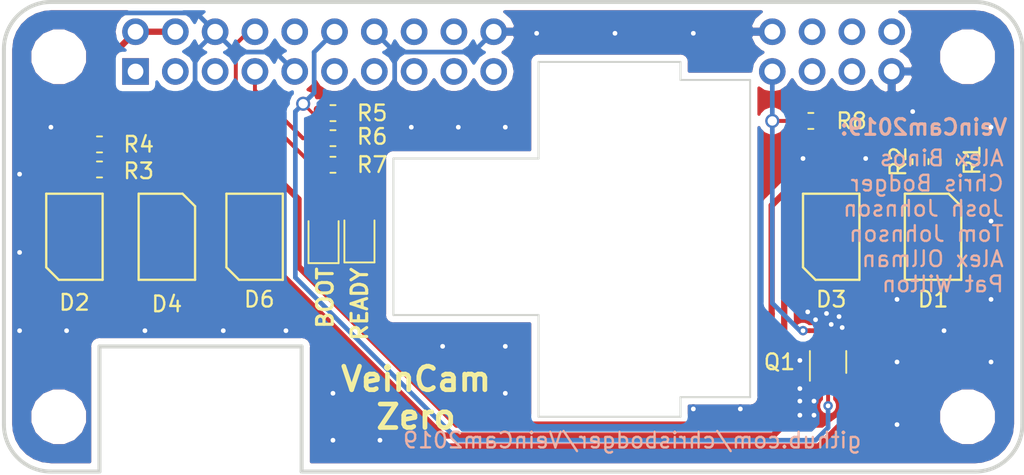
<source format=kicad_pcb>
(kicad_pcb (version 20171130) (host pcbnew "(5.0.2)-1")

  (general
    (thickness 1.6)
    (drawings 6)
    (tracks 201)
    (zones 0)
    (modules 22)
    (nets 37)
  )

  (page A3)
  (title_block
    (date "15 nov 2012")
  )

  (layers
    (0 F.Cu power)
    (31 B.Cu signal)
    (32 B.Adhes user)
    (33 F.Adhes user)
    (34 B.Paste user)
    (35 F.Paste user)
    (36 B.SilkS user)
    (37 F.SilkS user)
    (38 B.Mask user)
    (39 F.Mask user)
    (40 Dwgs.User user)
    (41 Cmts.User user)
    (42 Eco1.User user)
    (43 Eco2.User user)
    (44 Edge.Cuts user)
    (45 Margin user)
    (46 B.CrtYd user)
    (47 F.CrtYd user)
    (48 B.Fab user hide)
    (49 F.Fab user hide)
  )

  (setup
    (last_trace_width 0.2)
    (trace_clearance 0.2)
    (zone_clearance 0.4)
    (zone_45_only no)
    (trace_min 0.1524)
    (segment_width 0.1)
    (edge_width 0.1)
    (via_size 0.9)
    (via_drill 0.6)
    (via_min_size 0.6)
    (via_min_drill 0.3)
    (user_via 0.6 0.3)
    (uvia_size 0.5)
    (uvia_drill 0.1)
    (uvias_allowed no)
    (uvia_min_size 0.5)
    (uvia_min_drill 0.1)
    (pcb_text_width 0.3)
    (pcb_text_size 1 1)
    (mod_edge_width 0.15)
    (mod_text_size 1 1)
    (mod_text_width 0.15)
    (pad_size 2.5 2.5)
    (pad_drill 2.5)
    (pad_to_mask_clearance 0)
    (solder_mask_min_width 0.25)
    (aux_axis_origin 208.5 91.5)
    (grid_origin 200 150)
    (visible_elements 7FFFFFFF)
    (pcbplotparams
      (layerselection 0x00030_80000001)
      (usegerberextensions true)
      (usegerberattributes false)
      (usegerberadvancedattributes false)
      (creategerberjobfile false)
      (excludeedgelayer true)
      (linewidth 0.150000)
      (plotframeref false)
      (viasonmask false)
      (mode 1)
      (useauxorigin false)
      (hpglpennumber 1)
      (hpglpenspeed 20)
      (hpglpendiameter 15.000000)
      (psnegative false)
      (psa4output false)
      (plotreference true)
      (plotvalue true)
      (plotinvisibletext false)
      (padsonsilk false)
      (subtractmaskfromsilk false)
      (outputformat 1)
      (mirror false)
      (drillshape 1)
      (scaleselection 1)
      (outputdirectory ""))
  )

  (net 0 "")
  (net 1 +5V)
  (net 2 GND)
  (net 3 "Net-(D7-Pad2)")
  (net 4 "Net-(D8-Pad2)")
  (net 5 "Net-(J1-Pad40)")
  (net 6 "Net-(J1-Pad38)")
  (net 7 "Net-(J1-Pad37)")
  (net 8 "Net-(J1-Pad36)")
  (net 9 "Net-(J1-Pad35)")
  (net 10 /LED_850)
  (net 11 "Net-(J1-Pad19)")
  (net 12 "Net-(J1-Pad18)")
  (net 13 /LED_BOOT)
  (net 14 /LED_READY)
  (net 15 "Net-(J1-Pad13)")
  (net 16 "Net-(J1-Pad11)")
  (net 17 "Net-(J1-Pad10)")
  (net 18 "Net-(J1-Pad5)")
  (net 19 "Net-(J1-Pad3)")
  (net 20 "Net-(D3-Pad1)")
  (net 21 /LED_940)
  (net 22 "Net-(D3-Pad3)")
  (net 23 "Net-(D1-Pad2)")
  (net 24 "Net-(D1-Pad4)")
  (net 25 "Net-(D2-Pad2)")
  (net 26 "Net-(D2-Pad4)")
  (net 27 "Net-(D1-Pad1)")
  (net 28 "Net-(D1-Pad3)")
  (net 29 "Net-(D2-Pad1)")
  (net 30 "Net-(D2-Pad3)")
  (net 31 "Net-(D4-Pad3)")
  (net 32 "Net-(D4-Pad1)")
  (net 33 "Net-(J1-Pad15)")
  (net 34 "Net-(J1-Pad16)")
  (net 35 "Net-(J1-Pad1)")
  (net 36 "Net-(J1-Pad17)")

  (net_class Default "This is the default net class."
    (clearance 0.2)
    (trace_width 0.2)
    (via_dia 0.9)
    (via_drill 0.6)
    (uvia_dia 0.5)
    (uvia_drill 0.1)
    (add_net +5V)
    (add_net /LED_850)
    (add_net /LED_940)
    (add_net /LED_BOOT)
    (add_net /LED_READY)
    (add_net GND)
    (add_net "Net-(D1-Pad1)")
    (add_net "Net-(D1-Pad2)")
    (add_net "Net-(D1-Pad3)")
    (add_net "Net-(D1-Pad4)")
    (add_net "Net-(D2-Pad1)")
    (add_net "Net-(D2-Pad2)")
    (add_net "Net-(D2-Pad3)")
    (add_net "Net-(D2-Pad4)")
    (add_net "Net-(D3-Pad1)")
    (add_net "Net-(D3-Pad3)")
    (add_net "Net-(D4-Pad1)")
    (add_net "Net-(D4-Pad3)")
    (add_net "Net-(D7-Pad2)")
    (add_net "Net-(D8-Pad2)")
    (add_net "Net-(J1-Pad1)")
    (add_net "Net-(J1-Pad10)")
    (add_net "Net-(J1-Pad11)")
    (add_net "Net-(J1-Pad13)")
    (add_net "Net-(J1-Pad15)")
    (add_net "Net-(J1-Pad16)")
    (add_net "Net-(J1-Pad17)")
    (add_net "Net-(J1-Pad18)")
    (add_net "Net-(J1-Pad19)")
    (add_net "Net-(J1-Pad3)")
    (add_net "Net-(J1-Pad35)")
    (add_net "Net-(J1-Pad36)")
    (add_net "Net-(J1-Pad37)")
    (add_net "Net-(J1-Pad38)")
    (add_net "Net-(J1-Pad40)")
    (add_net "Net-(J1-Pad5)")
  )

  (net_class Power ""
    (clearance 0.2)
    (trace_width 0.5)
    (via_dia 1)
    (via_drill 0.7)
    (uvia_dia 0.5)
    (uvia_drill 0.1)
  )

  (module VeinCam_Footprints:PIRHAT_ZERO (layer F.Cu) (tedit 5C8EF710) (tstamp 5CA89E91)
    (at 205 95)
    (descr "Raspberry Pi Zero W IR Hat, full outline with position of big connectors &amp; drill holes")
    (path /5C9AAD5A)
    (fp_text reference TP1 (at 0 0) (layer F.SilkS) hide
      (effects (font (size 1.27 1.27) (thickness 0.15)))
    )
    (fp_text value RPiZero_BoardOutline (at 0 0) (layer F.SilkS) hide
      (effects (font (size 1.27 1.27) (thickness 0.15)))
    )
    (fp_line (start 24.857 -20) (end 24.857 -10) (layer Edge.Cuts) (width 0.127))
    (fp_line (start 34.1204 -20) (end 24.857 -20) (layer Edge.Cuts) (width 0.127))
    (fp_line (start 34.1204 -26.1698) (end 34.1204 -20) (layer Edge.Cuts) (width 0.127))
    (fp_line (start 43.18 -26.1698) (end 34.1204 -26.1698) (layer Edge.Cuts) (width 0.127))
    (fp_line (start 43.18 -25.019) (end 43.18 -26.1698) (layer Edge.Cuts) (width 0.127))
    (fp_line (start 47.625 -25.019) (end 43.18 -25.019) (layer Edge.Cuts) (width 0.127))
    (fp_line (start 47.625 -4.7498) (end 47.625 -25.019) (layer Edge.Cuts) (width 0.127))
    (fp_line (start 43.18 -4.7498) (end 47.625 -4.7498) (layer Edge.Cuts) (width 0.127))
    (fp_line (start 43.18 -3.5) (end 43.18 -4.7498) (layer Edge.Cuts) (width 0.127))
    (fp_line (start 34.1204 -3.5) (end 43.18 -3.5) (layer Edge.Cuts) (width 0.127))
    (fp_line (start 34.1204 -10) (end 34.1204 -3.5) (layer Edge.Cuts) (width 0.127))
    (fp_line (start 24.857 -10) (end 34.1204 -10) (layer Edge.Cuts) (width 0.127))
    (fp_line (start 60 -15) (end 50 -15) (layer F.Fab) (width 0.15))
    (fp_line (start 5 -15) (end 20 -15) (layer F.Fab) (width 0.15))
    (fp_line (start 19 -7.992) (end 19 0) (layer Edge.Cuts) (width 0.254))
    (fp_line (start 6.1 -7.992) (end 6.1 0) (layer Edge.Cuts) (width 0.254))
    (fp_line (start 6.1 -7.992) (end 19 -7.992) (layer Edge.Cuts) (width 0.254))
    (fp_line (start 0 -27) (end 0 -3) (layer Edge.Cuts) (width 0.254))
    (fp_arc (start 3 -27) (end 3 -30) (angle -90) (layer Edge.Cuts) (width 0.254))
    (fp_line (start 62 -30) (end 3 -30) (layer Edge.Cuts) (width 0.254))
    (fp_arc (start 62 -27) (end 65 -27) (angle -90) (layer Edge.Cuts) (width 0.254))
    (fp_line (start 65 -3) (end 65 -27) (layer Edge.Cuts) (width 0.254))
    (fp_arc (start 62 -3) (end 62 0) (angle -90) (layer Edge.Cuts) (width 0.254))
    (fp_line (start 19 0) (end 62 0) (layer Edge.Cuts) (width 0.254))
    (fp_line (start 3 0) (end 6.1 0) (layer Edge.Cuts) (width 0.254))
    (fp_arc (start 3 -3) (end 0 -3) (angle -90) (layer Edge.Cuts) (width 0.254))
  )

  (module VeinCam_Footprints:RPiZero_IR_Header (layer F.Cu) (tedit 5C8EF1DC) (tstamp 5C8EFBBD)
    (at 213.4 69.44 90)
    (descr "Through hole straight pin header, 2x20, 2.54mm pitch, double rows")
    (tags "Through hole pin header THT 2x20 2.54mm double row")
    (path /5C90CCB7)
    (fp_text reference J1 (at 1.27 -2.33 90) (layer F.Fab)
      (effects (font (size 1 1) (thickness 0.15)))
    )
    (fp_text value Raspberry_Pi_2_3 (at 1.27 50.59 90) (layer F.Fab)
      (effects (font (size 1 1) (thickness 0.15)))
    )
    (fp_line (start 0 -1.27) (end 3.81 -1.27) (layer F.Fab) (width 0.1))
    (fp_line (start 3.81 -1.27) (end 3.81 49.53) (layer F.Fab) (width 0.1))
    (fp_line (start 3.81 49.53) (end -1.27 49.53) (layer F.Fab) (width 0.1))
    (fp_line (start -1.27 49.53) (end -1.27 0) (layer F.Fab) (width 0.1))
    (fp_line (start -1.27 0) (end 0 -1.27) (layer F.Fab) (width 0.1))
    (fp_line (start -1.8 -1.8) (end -1.8 50.05) (layer F.CrtYd) (width 0.05))
    (fp_line (start -1.8 50.05) (end 4.35 50.05) (layer F.CrtYd) (width 0.05))
    (fp_line (start 4.35 50.05) (end 4.35 -1.8) (layer F.CrtYd) (width 0.05))
    (fp_line (start 4.35 -1.8) (end -1.8 -1.8) (layer F.CrtYd) (width 0.05))
    (fp_text user %R (at 1.27 24.13 180) (layer F.Fab)
      (effects (font (size 1 1) (thickness 0.15)))
    )
    (pad 1 thru_hole rect (at 0 0 90) (size 1.7 1.7) (drill 1) (layers *.Cu *.Mask)
      (net 35 "Net-(J1-Pad1)"))
    (pad 2 thru_hole oval (at 2.54 0 90) (size 1.7 1.7) (drill 1) (layers *.Cu *.Mask)
      (net 1 +5V))
    (pad 3 thru_hole oval (at 0 2.54 90) (size 1.7 1.7) (drill 1) (layers *.Cu *.Mask)
      (net 19 "Net-(J1-Pad3)"))
    (pad 4 thru_hole oval (at 2.54 2.54 90) (size 1.7 1.7) (drill 1) (layers *.Cu *.Mask)
      (net 1 +5V))
    (pad 5 thru_hole oval (at 0 5.08 90) (size 1.7 1.7) (drill 1) (layers *.Cu *.Mask)
      (net 18 "Net-(J1-Pad5)"))
    (pad 6 thru_hole oval (at 2.54 5.08 90) (size 1.7 1.7) (drill 1) (layers *.Cu *.Mask)
      (net 2 GND))
    (pad 7 thru_hole oval (at 0 7.62 90) (size 1.7 1.7) (drill 1) (layers *.Cu *.Mask)
      (net 14 /LED_READY))
    (pad 8 thru_hole oval (at 2.54 7.62 90) (size 1.7 1.7) (drill 1) (layers *.Cu *.Mask)
      (net 13 /LED_BOOT))
    (pad 9 thru_hole oval (at 0 10.16 90) (size 1.7 1.7) (drill 1) (layers *.Cu *.Mask)
      (net 2 GND))
    (pad 10 thru_hole oval (at 2.54 10.16 90) (size 1.7 1.7) (drill 1) (layers *.Cu *.Mask)
      (net 17 "Net-(J1-Pad10)"))
    (pad 11 thru_hole oval (at 0 12.7 90) (size 1.7 1.7) (drill 1) (layers *.Cu *.Mask)
      (net 16 "Net-(J1-Pad11)"))
    (pad 12 thru_hole oval (at 2.54 12.7 90) (size 1.7 1.7) (drill 1) (layers *.Cu *.Mask)
      (net 21 /LED_940))
    (pad 13 thru_hole oval (at 0 15.24 90) (size 1.7 1.7) (drill 1) (layers *.Cu *.Mask)
      (net 15 "Net-(J1-Pad13)"))
    (pad 14 thru_hole oval (at 2.54 15.24 90) (size 1.7 1.7) (drill 1) (layers *.Cu *.Mask)
      (net 2 GND))
    (pad 15 thru_hole oval (at 0 17.78 90) (size 1.7 1.7) (drill 1) (layers *.Cu *.Mask)
      (net 33 "Net-(J1-Pad15)"))
    (pad 16 thru_hole oval (at 2.54 17.78 90) (size 1.7 1.7) (drill 1) (layers *.Cu *.Mask)
      (net 34 "Net-(J1-Pad16)"))
    (pad 17 thru_hole oval (at 0 20.32 90) (size 1.7 1.7) (drill 1) (layers *.Cu *.Mask)
      (net 36 "Net-(J1-Pad17)"))
    (pad 18 thru_hole oval (at 2.54 20.32 90) (size 1.7 1.7) (drill 1) (layers *.Cu *.Mask)
      (net 12 "Net-(J1-Pad18)"))
    (pad 19 thru_hole oval (at 0 22.86 90) (size 1.7 1.7) (drill 1) (layers *.Cu *.Mask)
      (net 11 "Net-(J1-Pad19)"))
    (pad 20 thru_hole oval (at 2.54 22.86 90) (size 1.7 1.7) (drill 1) (layers *.Cu *.Mask)
      (net 2 GND))
    (pad 33 thru_hole oval (at 0 40.64 90) (size 1.7 1.7) (drill 1) (layers *.Cu *.Mask)
      (net 10 /LED_850))
    (pad 34 thru_hole oval (at 2.54 40.64 90) (size 1.7 1.7) (drill 1) (layers *.Cu *.Mask)
      (net 2 GND))
    (pad 35 thru_hole oval (at 0 43.18 90) (size 1.7 1.7) (drill 1) (layers *.Cu *.Mask)
      (net 9 "Net-(J1-Pad35)"))
    (pad 36 thru_hole oval (at 2.54 43.18 90) (size 1.7 1.7) (drill 1) (layers *.Cu *.Mask)
      (net 8 "Net-(J1-Pad36)"))
    (pad 37 thru_hole oval (at 0 45.72 90) (size 1.7 1.7) (drill 1) (layers *.Cu *.Mask)
      (net 7 "Net-(J1-Pad37)"))
    (pad 38 thru_hole oval (at 2.54 45.72 90) (size 1.7 1.7) (drill 1) (layers *.Cu *.Mask)
      (net 6 "Net-(J1-Pad38)"))
    (pad 39 thru_hole oval (at 0 48.26 90) (size 1.7 1.7) (drill 1) (layers *.Cu *.Mask)
      (net 2 GND))
    (pad 40 thru_hole oval (at 2.54 48.26 90) (size 1.7 1.7) (drill 1) (layers *.Cu *.Mask)
      (net 5 "Net-(J1-Pad40)"))
  )

  (module LED_SMD:LED_0805_2012Metric (layer F.Cu) (tedit 5C8F0192) (tstamp 5CA86AF2)
    (at 227.690001 79.954999 90)
    (descr "LED SMD 0805 (2012 Metric), square (rectangular) end terminal, IPC_7351 nominal, (Body size source: https://docs.google.com/spreadsheets/d/1BsfQQcO9C6DZCsRaXUlFlo91Tg2WpOkGARC1WS5S8t0/edit?usp=sharing), generated with kicad-footprint-generator")
    (tags diode)
    (path /5D25BF75)
    (attr smd)
    (fp_text reference D7 (at -2.945001 0.009999 90) (layer F.Fab)
      (effects (font (size 1 1) (thickness 0.15)))
    )
    (fp_text value "GREEN LED" (at 0 1.65 90) (layer F.Fab)
      (effects (font (size 1 1) (thickness 0.15)))
    )
    (fp_line (start 1 -0.6) (end -0.7 -0.6) (layer F.Fab) (width 0.1))
    (fp_line (start -0.7 -0.6) (end -1 -0.3) (layer F.Fab) (width 0.1))
    (fp_line (start -1 -0.3) (end -1 0.6) (layer F.Fab) (width 0.1))
    (fp_line (start -1 0.6) (end 1 0.6) (layer F.Fab) (width 0.1))
    (fp_line (start 1 0.6) (end 1 -0.6) (layer F.Fab) (width 0.1))
    (fp_line (start 1 -0.96) (end -1.685 -0.96) (layer F.SilkS) (width 0.12))
    (fp_line (start -1.685 -0.96) (end -1.685 0.96) (layer F.SilkS) (width 0.12))
    (fp_line (start -1.685 0.96) (end 1 0.96) (layer F.SilkS) (width 0.12))
    (fp_line (start -1.68 0.95) (end -1.68 -0.95) (layer F.CrtYd) (width 0.05))
    (fp_line (start -1.68 -0.95) (end 1.68 -0.95) (layer F.CrtYd) (width 0.05))
    (fp_line (start 1.68 -0.95) (end 1.68 0.95) (layer F.CrtYd) (width 0.05))
    (fp_line (start 1.68 0.95) (end -1.68 0.95) (layer F.CrtYd) (width 0.05))
    (fp_text user %R (at 0 0 90) (layer F.Fab)
      (effects (font (size 0.5 0.5) (thickness 0.08)))
    )
    (pad 1 smd roundrect (at -0.9375 0 90) (size 0.975 1.4) (layers F.Cu F.Paste F.Mask) (roundrect_rratio 0.25)
      (net 2 GND))
    (pad 2 smd roundrect (at 0.9375 0 90) (size 0.975 1.4) (layers F.Cu F.Paste F.Mask) (roundrect_rratio 0.25)
      (net 3 "Net-(D7-Pad2)"))
    (model ${KISYS3DMOD}/LED_SMD.3dshapes/LED_0805_2012Metric.wrl
      (at (xyz 0 0 0))
      (scale (xyz 1 1 1))
      (rotate (xyz 0 0 0))
    )
  )

  (module LED_SMD:LED_0805_2012Metric (layer F.Cu) (tedit 5C8F018E) (tstamp 5CA86B28)
    (at 225.4 80 90)
    (descr "LED SMD 0805 (2012 Metric), square (rectangular) end terminal, IPC_7351 nominal, (Body size source: https://docs.google.com/spreadsheets/d/1BsfQQcO9C6DZCsRaXUlFlo91Tg2WpOkGARC1WS5S8t0/edit?usp=sharing), generated with kicad-footprint-generator")
    (tags diode)
    (path /5D6666CA)
    (attr smd)
    (fp_text reference D8 (at -2.9 0 90) (layer F.Fab)
      (effects (font (size 1 1) (thickness 0.15)))
    )
    (fp_text value "RED LED" (at 0 1.65 90) (layer F.Fab)
      (effects (font (size 1 1) (thickness 0.15)))
    )
    (fp_text user %R (at 0 0 90) (layer F.Fab)
      (effects (font (size 0.5 0.5) (thickness 0.08)))
    )
    (fp_line (start 1.68 0.95) (end -1.68 0.95) (layer F.CrtYd) (width 0.05))
    (fp_line (start 1.68 -0.95) (end 1.68 0.95) (layer F.CrtYd) (width 0.05))
    (fp_line (start -1.68 -0.95) (end 1.68 -0.95) (layer F.CrtYd) (width 0.05))
    (fp_line (start -1.68 0.95) (end -1.68 -0.95) (layer F.CrtYd) (width 0.05))
    (fp_line (start -1.685 0.96) (end 1 0.96) (layer F.SilkS) (width 0.12))
    (fp_line (start -1.685 -0.96) (end -1.685 0.96) (layer F.SilkS) (width 0.12))
    (fp_line (start 1 -0.96) (end -1.685 -0.96) (layer F.SilkS) (width 0.12))
    (fp_line (start 1 0.6) (end 1 -0.6) (layer F.Fab) (width 0.1))
    (fp_line (start -1 0.6) (end 1 0.6) (layer F.Fab) (width 0.1))
    (fp_line (start -1 -0.3) (end -1 0.6) (layer F.Fab) (width 0.1))
    (fp_line (start -0.7 -0.6) (end -1 -0.3) (layer F.Fab) (width 0.1))
    (fp_line (start 1 -0.6) (end -0.7 -0.6) (layer F.Fab) (width 0.1))
    (pad 2 smd roundrect (at 0.9375 0 90) (size 0.975 1.4) (layers F.Cu F.Paste F.Mask) (roundrect_rratio 0.25)
      (net 4 "Net-(D8-Pad2)"))
    (pad 1 smd roundrect (at -0.9375 0 90) (size 0.975 1.4) (layers F.Cu F.Paste F.Mask) (roundrect_rratio 0.25)
      (net 2 GND))
    (model ${KISYS3DMOD}/LED_SMD.3dshapes/LED_0805_2012Metric.wrl
      (at (xyz 0 0 0))
      (scale (xyz 1 1 1))
      (rotate (xyz 0 0 0))
    )
  )

  (module MountingHole:MountingHole_2.7mm_M2.5 (layer F.Cu) (tedit 5C8F03B9) (tstamp 5C8EFD57)
    (at 208.5 68.5)
    (descr "Mounting Hole 2.7mm, no annular, M2.5")
    (tags "mounting hole 2.7mm no annular m2.5")
    (path /5C8828F4)
    (attr virtual)
    (fp_text reference H1 (at 0 -3.7) (layer F.Fab)
      (effects (font (size 1 1) (thickness 0.15)))
    )
    (fp_text value MountingHole (at 0 3.7) (layer F.Fab)
      (effects (font (size 1 1) (thickness 0.15)))
    )
    (fp_circle (center 0 0) (end 2.95 0) (layer F.CrtYd) (width 0.05))
    (fp_circle (center 0 0) (end 2.7 0) (layer Cmts.User) (width 0.15))
    (fp_text user %R (at 0.3 0) (layer F.Fab)
      (effects (font (size 1 1) (thickness 0.15)))
    )
    (pad 1 np_thru_hole circle (at 0 0) (size 2.7 2.7) (drill 2.7) (layers *.Cu *.Mask))
  )

  (module MountingHole:MountingHole_2.7mm_M2.5 (layer F.Cu) (tedit 5C8F03BE) (tstamp 5CA17738)
    (at 208.5 91.5)
    (descr "Mounting Hole 2.7mm, no annular, M2.5")
    (tags "mounting hole 2.7mm no annular m2.5")
    (path /5C882948)
    (attr virtual)
    (fp_text reference H2 (at 0 -3.7) (layer F.Fab)
      (effects (font (size 1 1) (thickness 0.15)))
    )
    (fp_text value MountingHole (at 0 3.7) (layer F.Fab)
      (effects (font (size 1 1) (thickness 0.15)))
    )
    (fp_text user %R (at 0.3 0) (layer F.Fab)
      (effects (font (size 1 1) (thickness 0.15)))
    )
    (fp_circle (center 0 0) (end 2.7 0) (layer Cmts.User) (width 0.15))
    (fp_circle (center 0 0) (end 2.95 0) (layer F.CrtYd) (width 0.05))
    (pad 1 np_thru_hole circle (at 0 0) (size 2.7 2.7) (drill 2.7) (layers *.Cu *.Mask))
  )

  (module MountingHole:MountingHole_2.7mm_M2.5 (layer F.Cu) (tedit 5C8F03C4) (tstamp 5CA17740)
    (at 266.5 91.5)
    (descr "Mounting Hole 2.7mm, no annular, M2.5")
    (tags "mounting hole 2.7mm no annular m2.5")
    (path /5C88296E)
    (attr virtual)
    (fp_text reference H3 (at 0 -3.7) (layer F.Fab)
      (effects (font (size 1 1) (thickness 0.15)))
    )
    (fp_text value MountingHole (at 0 3.7) (layer F.Fab)
      (effects (font (size 1 1) (thickness 0.15)))
    )
    (fp_text user %R (at 0.3 0) (layer F.Fab)
      (effects (font (size 1 1) (thickness 0.15)))
    )
    (fp_circle (center 0 0) (end 2.7 0) (layer Cmts.User) (width 0.15))
    (fp_circle (center 0 0) (end 2.95 0) (layer F.CrtYd) (width 0.05))
    (pad 1 np_thru_hole circle (at 0 0) (size 2.7 2.7) (drill 2.7) (layers *.Cu *.Mask))
  )

  (module MountingHole:MountingHole_2.7mm_M2.5 (layer F.Cu) (tedit 5C8F03CA) (tstamp 5CA17748)
    (at 266.5 68.5)
    (descr "Mounting Hole 2.7mm, no annular, M2.5")
    (tags "mounting hole 2.7mm no annular m2.5")
    (path /5C882996)
    (attr virtual)
    (fp_text reference H4 (at 0 -3.7) (layer F.Fab)
      (effects (font (size 1 1) (thickness 0.15)))
    )
    (fp_text value MountingHole (at 0 3.7) (layer F.Fab)
      (effects (font (size 1 1) (thickness 0.15)))
    )
    (fp_circle (center 0 0) (end 2.95 0) (layer F.CrtYd) (width 0.05))
    (fp_circle (center 0 0) (end 2.7 0) (layer Cmts.User) (width 0.15))
    (fp_text user %R (at 0.3 0) (layer F.Fab)
      (effects (font (size 1 1) (thickness 0.15)))
    )
    (pad 1 np_thru_hole circle (at 0 0) (size 2.7 2.7) (drill 2.7) (layers *.Cu *.Mask))
  )

  (module Package_TO_SOT_SMD:SOT-363_SC-70-6 (layer F.Cu) (tedit 5A02FF57) (tstamp 5CA17790)
    (at 257.6 88 90)
    (descr "SOT-363, SC-70-6")
    (tags "SOT-363 SC-70-6")
    (path /5C89B330)
    (attr smd)
    (fp_text reference Q1 (at 0 -3.1 180) (layer F.SilkS)
      (effects (font (size 1 1) (thickness 0.15)))
    )
    (fp_text value BSD235N (at 0 2 270) (layer F.Fab)
      (effects (font (size 1 1) (thickness 0.15)))
    )
    (fp_text user %R (at 0 0 180) (layer F.Fab)
      (effects (font (size 0.5 0.5) (thickness 0.075)))
    )
    (fp_line (start 0.7 -1.16) (end -1.2 -1.16) (layer F.SilkS) (width 0.12))
    (fp_line (start -0.7 1.16) (end 0.7 1.16) (layer F.SilkS) (width 0.12))
    (fp_line (start 1.6 1.4) (end 1.6 -1.4) (layer F.CrtYd) (width 0.05))
    (fp_line (start -1.6 -1.4) (end -1.6 1.4) (layer F.CrtYd) (width 0.05))
    (fp_line (start -1.6 -1.4) (end 1.6 -1.4) (layer F.CrtYd) (width 0.05))
    (fp_line (start 0.675 -1.1) (end -0.175 -1.1) (layer F.Fab) (width 0.1))
    (fp_line (start -0.675 -0.6) (end -0.675 1.1) (layer F.Fab) (width 0.1))
    (fp_line (start -1.6 1.4) (end 1.6 1.4) (layer F.CrtYd) (width 0.05))
    (fp_line (start 0.675 -1.1) (end 0.675 1.1) (layer F.Fab) (width 0.1))
    (fp_line (start 0.675 1.1) (end -0.675 1.1) (layer F.Fab) (width 0.1))
    (fp_line (start -0.175 -1.1) (end -0.675 -0.6) (layer F.Fab) (width 0.1))
    (pad 1 smd rect (at -0.95 -0.65 90) (size 0.65 0.4) (layers F.Cu F.Paste F.Mask)
      (net 2 GND))
    (pad 3 smd rect (at -0.95 0.65 90) (size 0.65 0.4) (layers F.Cu F.Paste F.Mask)
      (net 20 "Net-(D3-Pad1)"))
    (pad 5 smd rect (at 0.95 0 90) (size 0.65 0.4) (layers F.Cu F.Paste F.Mask)
      (net 10 /LED_850))
    (pad 2 smd rect (at -0.95 0 90) (size 0.65 0.4) (layers F.Cu F.Paste F.Mask)
      (net 21 /LED_940))
    (pad 4 smd rect (at 0.95 0.65 90) (size 0.65 0.4) (layers F.Cu F.Paste F.Mask)
      (net 2 GND))
    (pad 6 smd rect (at 0.95 -0.65 90) (size 0.65 0.4) (layers F.Cu F.Paste F.Mask)
      (net 22 "Net-(D3-Pad3)"))
    (model ${KISYS3DMOD}/Package_TO_SOT_SMD.3dshapes/SOT-363_SC-70-6.wrl
      (at (xyz 0 0 0))
      (scale (xyz 1 1 1))
      (rotate (xyz 0 0 0))
    )
  )

  (module Resistor_SMD:R_0603_1608Metric (layer F.Cu) (tedit 5B301BBD) (tstamp 5CA80D30)
    (at 265.3 75.2 90)
    (descr "Resistor SMD 0603 (1608 Metric), square (rectangular) end terminal, IPC_7351 nominal, (Body size source: http://www.tortai-tech.com/upload/download/2011102023233369053.pdf), generated with kicad-footprint-generator")
    (tags resistor)
    (path /5C88BFEA)
    (attr smd)
    (fp_text reference R1 (at 0.1 1.5 90) (layer F.SilkS)
      (effects (font (size 1 1) (thickness 0.15)))
    )
    (fp_text value 27R (at 0 1.43 90) (layer F.Fab)
      (effects (font (size 1 1) (thickness 0.15)))
    )
    (fp_line (start -0.8 0.4) (end -0.8 -0.4) (layer F.Fab) (width 0.1))
    (fp_line (start -0.8 -0.4) (end 0.8 -0.4) (layer F.Fab) (width 0.1))
    (fp_line (start 0.8 -0.4) (end 0.8 0.4) (layer F.Fab) (width 0.1))
    (fp_line (start 0.8 0.4) (end -0.8 0.4) (layer F.Fab) (width 0.1))
    (fp_line (start -0.162779 -0.51) (end 0.162779 -0.51) (layer F.SilkS) (width 0.12))
    (fp_line (start -0.162779 0.51) (end 0.162779 0.51) (layer F.SilkS) (width 0.12))
    (fp_line (start -1.48 0.73) (end -1.48 -0.73) (layer F.CrtYd) (width 0.05))
    (fp_line (start -1.48 -0.73) (end 1.48 -0.73) (layer F.CrtYd) (width 0.05))
    (fp_line (start 1.48 -0.73) (end 1.48 0.73) (layer F.CrtYd) (width 0.05))
    (fp_line (start 1.48 0.73) (end -1.48 0.73) (layer F.CrtYd) (width 0.05))
    (fp_text user %R (at 0 0 90) (layer F.Fab)
      (effects (font (size 0.4 0.4) (thickness 0.06)))
    )
    (pad 1 smd roundrect (at -0.7875 0 90) (size 0.875 0.95) (layers F.Cu F.Paste F.Mask) (roundrect_rratio 0.25)
      (net 23 "Net-(D1-Pad2)"))
    (pad 2 smd roundrect (at 0.7875 0 90) (size 0.875 0.95) (layers F.Cu F.Paste F.Mask) (roundrect_rratio 0.25)
      (net 1 +5V))
    (model ${KISYS3DMOD}/Resistor_SMD.3dshapes/R_0603_1608Metric.wrl
      (at (xyz 0 0 0))
      (scale (xyz 1 1 1))
      (rotate (xyz 0 0 0))
    )
  )

  (module Resistor_SMD:R_0603_1608Metric (layer F.Cu) (tedit 5B301BBD) (tstamp 5CA80CA0)
    (at 263.5 75.2 90)
    (descr "Resistor SMD 0603 (1608 Metric), square (rectangular) end terminal, IPC_7351 nominal, (Body size source: http://www.tortai-tech.com/upload/download/2011102023233369053.pdf), generated with kicad-footprint-generator")
    (tags resistor)
    (path /5C8D8769)
    (attr smd)
    (fp_text reference R2 (at 0 -1.43 90) (layer F.SilkS)
      (effects (font (size 1 1) (thickness 0.15)))
    )
    (fp_text value 27R (at 0 1.43 90) (layer F.Fab)
      (effects (font (size 1 1) (thickness 0.15)))
    )
    (fp_text user %R (at 0 0 90) (layer F.Fab)
      (effects (font (size 0.4 0.4) (thickness 0.06)))
    )
    (fp_line (start 1.48 0.73) (end -1.48 0.73) (layer F.CrtYd) (width 0.05))
    (fp_line (start 1.48 -0.73) (end 1.48 0.73) (layer F.CrtYd) (width 0.05))
    (fp_line (start -1.48 -0.73) (end 1.48 -0.73) (layer F.CrtYd) (width 0.05))
    (fp_line (start -1.48 0.73) (end -1.48 -0.73) (layer F.CrtYd) (width 0.05))
    (fp_line (start -0.162779 0.51) (end 0.162779 0.51) (layer F.SilkS) (width 0.12))
    (fp_line (start -0.162779 -0.51) (end 0.162779 -0.51) (layer F.SilkS) (width 0.12))
    (fp_line (start 0.8 0.4) (end -0.8 0.4) (layer F.Fab) (width 0.1))
    (fp_line (start 0.8 -0.4) (end 0.8 0.4) (layer F.Fab) (width 0.1))
    (fp_line (start -0.8 -0.4) (end 0.8 -0.4) (layer F.Fab) (width 0.1))
    (fp_line (start -0.8 0.4) (end -0.8 -0.4) (layer F.Fab) (width 0.1))
    (pad 2 smd roundrect (at 0.7875 0 90) (size 0.875 0.95) (layers F.Cu F.Paste F.Mask) (roundrect_rratio 0.25)
      (net 1 +5V))
    (pad 1 smd roundrect (at -0.7875 0 90) (size 0.875 0.95) (layers F.Cu F.Paste F.Mask) (roundrect_rratio 0.25)
      (net 24 "Net-(D1-Pad4)"))
    (model ${KISYS3DMOD}/Resistor_SMD.3dshapes/R_0603_1608Metric.wrl
      (at (xyz 0 0 0))
      (scale (xyz 1 1 1))
      (rotate (xyz 0 0 0))
    )
  )

  (module Resistor_SMD:R_0603_1608Metric (layer F.Cu) (tedit 5B301BBD) (tstamp 5CA808CA)
    (at 211.1 75.7)
    (descr "Resistor SMD 0603 (1608 Metric), square (rectangular) end terminal, IPC_7351 nominal, (Body size source: http://www.tortai-tech.com/upload/download/2011102023233369053.pdf), generated with kicad-footprint-generator")
    (tags resistor)
    (path /5C8D87A7)
    (attr smd)
    (fp_text reference R3 (at 2.5 0.1) (layer F.SilkS)
      (effects (font (size 1 1) (thickness 0.15)))
    )
    (fp_text value 3R3 (at 0 1.43) (layer F.Fab)
      (effects (font (size 1 1) (thickness 0.15)))
    )
    (fp_line (start -0.8 0.4) (end -0.8 -0.4) (layer F.Fab) (width 0.1))
    (fp_line (start -0.8 -0.4) (end 0.8 -0.4) (layer F.Fab) (width 0.1))
    (fp_line (start 0.8 -0.4) (end 0.8 0.4) (layer F.Fab) (width 0.1))
    (fp_line (start 0.8 0.4) (end -0.8 0.4) (layer F.Fab) (width 0.1))
    (fp_line (start -0.162779 -0.51) (end 0.162779 -0.51) (layer F.SilkS) (width 0.12))
    (fp_line (start -0.162779 0.51) (end 0.162779 0.51) (layer F.SilkS) (width 0.12))
    (fp_line (start -1.48 0.73) (end -1.48 -0.73) (layer F.CrtYd) (width 0.05))
    (fp_line (start -1.48 -0.73) (end 1.48 -0.73) (layer F.CrtYd) (width 0.05))
    (fp_line (start 1.48 -0.73) (end 1.48 0.73) (layer F.CrtYd) (width 0.05))
    (fp_line (start 1.48 0.73) (end -1.48 0.73) (layer F.CrtYd) (width 0.05))
    (fp_text user %R (at 0 0) (layer F.Fab)
      (effects (font (size 0.4 0.4) (thickness 0.06)))
    )
    (pad 1 smd roundrect (at -0.7875 0) (size 0.875 0.95) (layers F.Cu F.Paste F.Mask) (roundrect_rratio 0.25)
      (net 25 "Net-(D2-Pad2)"))
    (pad 2 smd roundrect (at 0.7875 0) (size 0.875 0.95) (layers F.Cu F.Paste F.Mask) (roundrect_rratio 0.25)
      (net 1 +5V))
    (model ${KISYS3DMOD}/Resistor_SMD.3dshapes/R_0603_1608Metric.wrl
      (at (xyz 0 0 0))
      (scale (xyz 1 1 1))
      (rotate (xyz 0 0 0))
    )
  )

  (module Resistor_SMD:R_0603_1608Metric (layer F.Cu) (tedit 5B301BBD) (tstamp 5CA809B4)
    (at 211.1 74.1)
    (descr "Resistor SMD 0603 (1608 Metric), square (rectangular) end terminal, IPC_7351 nominal, (Body size source: http://www.tortai-tech.com/upload/download/2011102023233369053.pdf), generated with kicad-footprint-generator")
    (tags resistor)
    (path /5C8D87E5)
    (attr smd)
    (fp_text reference R4 (at 2.5 0) (layer F.SilkS)
      (effects (font (size 1 1) (thickness 0.15)))
    )
    (fp_text value 3R3 (at 0 1.43) (layer F.Fab)
      (effects (font (size 1 1) (thickness 0.15)))
    )
    (fp_text user %R (at 0 0) (layer F.Fab)
      (effects (font (size 0.4 0.4) (thickness 0.06)))
    )
    (fp_line (start 1.48 0.73) (end -1.48 0.73) (layer F.CrtYd) (width 0.05))
    (fp_line (start 1.48 -0.73) (end 1.48 0.73) (layer F.CrtYd) (width 0.05))
    (fp_line (start -1.48 -0.73) (end 1.48 -0.73) (layer F.CrtYd) (width 0.05))
    (fp_line (start -1.48 0.73) (end -1.48 -0.73) (layer F.CrtYd) (width 0.05))
    (fp_line (start -0.162779 0.51) (end 0.162779 0.51) (layer F.SilkS) (width 0.12))
    (fp_line (start -0.162779 -0.51) (end 0.162779 -0.51) (layer F.SilkS) (width 0.12))
    (fp_line (start 0.8 0.4) (end -0.8 0.4) (layer F.Fab) (width 0.1))
    (fp_line (start 0.8 -0.4) (end 0.8 0.4) (layer F.Fab) (width 0.1))
    (fp_line (start -0.8 -0.4) (end 0.8 -0.4) (layer F.Fab) (width 0.1))
    (fp_line (start -0.8 0.4) (end -0.8 -0.4) (layer F.Fab) (width 0.1))
    (pad 2 smd roundrect (at 0.7875 0) (size 0.875 0.95) (layers F.Cu F.Paste F.Mask) (roundrect_rratio 0.25)
      (net 1 +5V))
    (pad 1 smd roundrect (at -0.7875 0) (size 0.875 0.95) (layers F.Cu F.Paste F.Mask) (roundrect_rratio 0.25)
      (net 26 "Net-(D2-Pad4)"))
    (model ${KISYS3DMOD}/Resistor_SMD.3dshapes/R_0603_1608Metric.wrl
      (at (xyz 0 0 0))
      (scale (xyz 1 1 1))
      (rotate (xyz 0 0 0))
    )
  )

  (module Resistor_SMD:R_0603_1608Metric (layer F.Cu) (tedit 5B301BBD) (tstamp 5CA177E5)
    (at 226 72.1)
    (descr "Resistor SMD 0603 (1608 Metric), square (rectangular) end terminal, IPC_7351 nominal, (Body size source: http://www.tortai-tech.com/upload/download/2011102023233369053.pdf), generated with kicad-footprint-generator")
    (tags resistor)
    (path /5C89F961)
    (attr smd)
    (fp_text reference R5 (at 2.5 0) (layer F.SilkS)
      (effects (font (size 1 1) (thickness 0.15)))
    )
    (fp_text value 10k (at 0 1.43) (layer F.Fab)
      (effects (font (size 1 1) (thickness 0.15)))
    )
    (fp_text user %R (at 0 0) (layer F.Fab)
      (effects (font (size 0.4 0.4) (thickness 0.06)))
    )
    (fp_line (start 1.48 0.73) (end -1.48 0.73) (layer F.CrtYd) (width 0.05))
    (fp_line (start 1.48 -0.73) (end 1.48 0.73) (layer F.CrtYd) (width 0.05))
    (fp_line (start -1.48 -0.73) (end 1.48 -0.73) (layer F.CrtYd) (width 0.05))
    (fp_line (start -1.48 0.73) (end -1.48 -0.73) (layer F.CrtYd) (width 0.05))
    (fp_line (start -0.162779 0.51) (end 0.162779 0.51) (layer F.SilkS) (width 0.12))
    (fp_line (start -0.162779 -0.51) (end 0.162779 -0.51) (layer F.SilkS) (width 0.12))
    (fp_line (start 0.8 0.4) (end -0.8 0.4) (layer F.Fab) (width 0.1))
    (fp_line (start 0.8 -0.4) (end 0.8 0.4) (layer F.Fab) (width 0.1))
    (fp_line (start -0.8 -0.4) (end 0.8 -0.4) (layer F.Fab) (width 0.1))
    (fp_line (start -0.8 0.4) (end -0.8 -0.4) (layer F.Fab) (width 0.1))
    (pad 2 smd roundrect (at 0.7875 0) (size 0.875 0.95) (layers F.Cu F.Paste F.Mask) (roundrect_rratio 0.25)
      (net 2 GND))
    (pad 1 smd roundrect (at -0.7875 0) (size 0.875 0.95) (layers F.Cu F.Paste F.Mask) (roundrect_rratio 0.25)
      (net 21 /LED_940))
    (model ${KISYS3DMOD}/Resistor_SMD.3dshapes/R_0603_1608Metric.wrl
      (at (xyz 0 0 0))
      (scale (xyz 1 1 1))
      (rotate (xyz 0 0 0))
    )
  )

  (module Resistor_SMD:R_0603_1608Metric (layer F.Cu) (tedit 5B301BBD) (tstamp 5CA177F6)
    (at 226 73.7)
    (descr "Resistor SMD 0603 (1608 Metric), square (rectangular) end terminal, IPC_7351 nominal, (Body size source: http://www.tortai-tech.com/upload/download/2011102023233369053.pdf), generated with kicad-footprint-generator")
    (tags resistor)
    (path /5D25BF6E)
    (attr smd)
    (fp_text reference R6 (at 2.5 -0.1) (layer F.SilkS)
      (effects (font (size 1 1) (thickness 0.15)))
    )
    (fp_text value 1k (at 0 1.43) (layer F.Fab)
      (effects (font (size 1 1) (thickness 0.15)))
    )
    (fp_line (start -0.8 0.4) (end -0.8 -0.4) (layer F.Fab) (width 0.1))
    (fp_line (start -0.8 -0.4) (end 0.8 -0.4) (layer F.Fab) (width 0.1))
    (fp_line (start 0.8 -0.4) (end 0.8 0.4) (layer F.Fab) (width 0.1))
    (fp_line (start 0.8 0.4) (end -0.8 0.4) (layer F.Fab) (width 0.1))
    (fp_line (start -0.162779 -0.51) (end 0.162779 -0.51) (layer F.SilkS) (width 0.12))
    (fp_line (start -0.162779 0.51) (end 0.162779 0.51) (layer F.SilkS) (width 0.12))
    (fp_line (start -1.48 0.73) (end -1.48 -0.73) (layer F.CrtYd) (width 0.05))
    (fp_line (start -1.48 -0.73) (end 1.48 -0.73) (layer F.CrtYd) (width 0.05))
    (fp_line (start 1.48 -0.73) (end 1.48 0.73) (layer F.CrtYd) (width 0.05))
    (fp_line (start 1.48 0.73) (end -1.48 0.73) (layer F.CrtYd) (width 0.05))
    (fp_text user %R (at 0 0) (layer F.Fab)
      (effects (font (size 0.4 0.4) (thickness 0.06)))
    )
    (pad 1 smd roundrect (at -0.7875 0) (size 0.875 0.95) (layers F.Cu F.Paste F.Mask) (roundrect_rratio 0.25)
      (net 14 /LED_READY))
    (pad 2 smd roundrect (at 0.7875 0) (size 0.875 0.95) (layers F.Cu F.Paste F.Mask) (roundrect_rratio 0.25)
      (net 3 "Net-(D7-Pad2)"))
    (model ${KISYS3DMOD}/Resistor_SMD.3dshapes/R_0603_1608Metric.wrl
      (at (xyz 0 0 0))
      (scale (xyz 1 1 1))
      (rotate (xyz 0 0 0))
    )
  )

  (module Resistor_SMD:R_0603_1608Metric (layer F.Cu) (tedit 5B301BBD) (tstamp 5CA17807)
    (at 226 75.4)
    (descr "Resistor SMD 0603 (1608 Metric), square (rectangular) end terminal, IPC_7351 nominal, (Body size source: http://www.tortai-tech.com/upload/download/2011102023233369053.pdf), generated with kicad-footprint-generator")
    (tags resistor)
    (path /5D6666C3)
    (attr smd)
    (fp_text reference R7 (at 2.5 0) (layer F.SilkS)
      (effects (font (size 1 1) (thickness 0.15)))
    )
    (fp_text value 1k (at 0 1.43) (layer F.Fab)
      (effects (font (size 1 1) (thickness 0.15)))
    )
    (fp_text user %R (at 0 0) (layer F.Fab)
      (effects (font (size 0.4 0.4) (thickness 0.06)))
    )
    (fp_line (start 1.48 0.73) (end -1.48 0.73) (layer F.CrtYd) (width 0.05))
    (fp_line (start 1.48 -0.73) (end 1.48 0.73) (layer F.CrtYd) (width 0.05))
    (fp_line (start -1.48 -0.73) (end 1.48 -0.73) (layer F.CrtYd) (width 0.05))
    (fp_line (start -1.48 0.73) (end -1.48 -0.73) (layer F.CrtYd) (width 0.05))
    (fp_line (start -0.162779 0.51) (end 0.162779 0.51) (layer F.SilkS) (width 0.12))
    (fp_line (start -0.162779 -0.51) (end 0.162779 -0.51) (layer F.SilkS) (width 0.12))
    (fp_line (start 0.8 0.4) (end -0.8 0.4) (layer F.Fab) (width 0.1))
    (fp_line (start 0.8 -0.4) (end 0.8 0.4) (layer F.Fab) (width 0.1))
    (fp_line (start -0.8 -0.4) (end 0.8 -0.4) (layer F.Fab) (width 0.1))
    (fp_line (start -0.8 0.4) (end -0.8 -0.4) (layer F.Fab) (width 0.1))
    (pad 2 smd roundrect (at 0.7875 0) (size 0.875 0.95) (layers F.Cu F.Paste F.Mask) (roundrect_rratio 0.25)
      (net 4 "Net-(D8-Pad2)"))
    (pad 1 smd roundrect (at -0.7875 0) (size 0.875 0.95) (layers F.Cu F.Paste F.Mask) (roundrect_rratio 0.25)
      (net 13 /LED_BOOT))
    (model ${KISYS3DMOD}/Resistor_SMD.3dshapes/R_0603_1608Metric.wrl
      (at (xyz 0 0 0))
      (scale (xyz 1 1 1))
      (rotate (xyz 0 0 0))
    )
  )

  (module Resistor_SMD:R_0603_1608Metric (layer F.Cu) (tedit 5B301BBD) (tstamp 5CA8259A)
    (at 256.5 72.6)
    (descr "Resistor SMD 0603 (1608 Metric), square (rectangular) end terminal, IPC_7351 nominal, (Body size source: http://www.tortai-tech.com/upload/download/2011102023233369053.pdf), generated with kicad-footprint-generator")
    (tags resistor)
    (path /5C89F9C9)
    (attr smd)
    (fp_text reference R8 (at 2.6 0) (layer F.SilkS)
      (effects (font (size 1 1) (thickness 0.15)))
    )
    (fp_text value 10k (at 0 1.43) (layer F.Fab)
      (effects (font (size 1 1) (thickness 0.15)))
    )
    (fp_line (start -0.8 0.4) (end -0.8 -0.4) (layer F.Fab) (width 0.1))
    (fp_line (start -0.8 -0.4) (end 0.8 -0.4) (layer F.Fab) (width 0.1))
    (fp_line (start 0.8 -0.4) (end 0.8 0.4) (layer F.Fab) (width 0.1))
    (fp_line (start 0.8 0.4) (end -0.8 0.4) (layer F.Fab) (width 0.1))
    (fp_line (start -0.162779 -0.51) (end 0.162779 -0.51) (layer F.SilkS) (width 0.12))
    (fp_line (start -0.162779 0.51) (end 0.162779 0.51) (layer F.SilkS) (width 0.12))
    (fp_line (start -1.48 0.73) (end -1.48 -0.73) (layer F.CrtYd) (width 0.05))
    (fp_line (start -1.48 -0.73) (end 1.48 -0.73) (layer F.CrtYd) (width 0.05))
    (fp_line (start 1.48 -0.73) (end 1.48 0.73) (layer F.CrtYd) (width 0.05))
    (fp_line (start 1.48 0.73) (end -1.48 0.73) (layer F.CrtYd) (width 0.05))
    (fp_text user %R (at 0 0) (layer F.Fab)
      (effects (font (size 0.4 0.4) (thickness 0.06)))
    )
    (pad 1 smd roundrect (at -0.7875 0) (size 0.875 0.95) (layers F.Cu F.Paste F.Mask) (roundrect_rratio 0.25)
      (net 10 /LED_850))
    (pad 2 smd roundrect (at 0.7875 0) (size 0.875 0.95) (layers F.Cu F.Paste F.Mask) (roundrect_rratio 0.25)
      (net 2 GND))
    (model ${KISYS3DMOD}/Resistor_SMD.3dshapes/R_0603_1608Metric.wrl
      (at (xyz 0 0 0))
      (scale (xyz 1 1 1))
      (rotate (xyz 0 0 0))
    )
  )

  (module VeinCam_Footprints:SFH7252 (layer F.Cu) (tedit 5C8EF651) (tstamp 5CA80D00)
    (at 264.3 80 180)
    (path /5C89C23B)
    (attr smd)
    (fp_text reference D1 (at 0 -4) (layer F.SilkS)
      (effects (font (size 1 1) (thickness 0.15)))
    )
    (fp_text value SFH7252 (at 0 0 180) (layer F.Fab)
      (effects (font (size 1 1) (thickness 0.15)))
    )
    (fp_line (start -1 2.75) (end -1.8 1.95) (layer F.SilkS) (width 0.15))
    (fp_line (start -1.8 1.95) (end -1.8 -2.75) (layer F.SilkS) (width 0.15))
    (fp_line (start -1.8 -2.75) (end 1.8 -2.75) (layer F.SilkS) (width 0.15))
    (fp_line (start 1.8 -2.75) (end 1.8 2.75) (layer F.SilkS) (width 0.15))
    (fp_line (start 1.8 2.75) (end -1 2.75) (layer F.SilkS) (width 0.15))
    (fp_line (start -1.95 -2.9) (end 1.95 -2.9) (layer F.CrtYd) (width 0.05))
    (fp_line (start 1.95 -2.9) (end 1.95 2.9) (layer F.CrtYd) (width 0.05))
    (fp_line (start 1.95 2.9) (end -1.95 2.9) (layer F.CrtYd) (width 0.05))
    (fp_line (start -1.95 2.9) (end -1.95 -2.9) (layer F.CrtYd) (width 0.05))
    (pad 2 smd rect (at -0.75 -1.4 180) (size 1.1 1.7) (layers F.Cu F.Paste F.Mask)
      (net 23 "Net-(D1-Pad2)"))
    (pad 1 smd rect (at -0.75 1.4 180) (size 1.1 1.7) (layers F.Cu F.Paste F.Mask)
      (net 27 "Net-(D1-Pad1)"))
    (pad 3 smd rect (at 0.75 -1.4 180) (size 1.1 1.7) (layers F.Cu F.Paste F.Mask)
      (net 28 "Net-(D1-Pad3)"))
    (pad 4 smd rect (at 0.75 1.4 180) (size 1.1 1.7) (layers F.Cu F.Paste F.Mask)
      (net 24 "Net-(D1-Pad4)"))
    (model "C:/Users/Josh Johnson/Dropbox/ENGN4221/VeinCam2019/Hardware/Library/VeinCam.3dshapes/PLCC4.STEP"
      (at (xyz 0 0 0))
      (scale (xyz 1.1 1 1))
      (rotate (xyz 0 0 -90))
    )
  )

  (module VeinCam_Footprints:SFH7252 (layer F.Cu) (tedit 5C8EF651) (tstamp 5CA7EB9C)
    (at 209.5 80)
    (path /5C89C451)
    (attr smd)
    (fp_text reference D2 (at 0 4.2 180) (layer F.SilkS)
      (effects (font (size 1 1) (thickness 0.15)))
    )
    (fp_text value SFH7252 (at 0 0) (layer F.Fab)
      (effects (font (size 1 1) (thickness 0.15)))
    )
    (fp_line (start -1 2.75) (end -1.8 1.95) (layer F.SilkS) (width 0.15))
    (fp_line (start -1.8 1.95) (end -1.8 -2.75) (layer F.SilkS) (width 0.15))
    (fp_line (start -1.8 -2.75) (end 1.8 -2.75) (layer F.SilkS) (width 0.15))
    (fp_line (start 1.8 -2.75) (end 1.8 2.75) (layer F.SilkS) (width 0.15))
    (fp_line (start 1.8 2.75) (end -1 2.75) (layer F.SilkS) (width 0.15))
    (fp_line (start -1.95 -2.9) (end 1.95 -2.9) (layer F.CrtYd) (width 0.05))
    (fp_line (start 1.95 -2.9) (end 1.95 2.9) (layer F.CrtYd) (width 0.05))
    (fp_line (start 1.95 2.9) (end -1.95 2.9) (layer F.CrtYd) (width 0.05))
    (fp_line (start -1.95 2.9) (end -1.95 -2.9) (layer F.CrtYd) (width 0.05))
    (pad 2 smd rect (at -0.75 -1.4) (size 1.1 1.7) (layers F.Cu F.Paste F.Mask)
      (net 25 "Net-(D2-Pad2)"))
    (pad 1 smd rect (at -0.75 1.4) (size 1.1 1.7) (layers F.Cu F.Paste F.Mask)
      (net 29 "Net-(D2-Pad1)"))
    (pad 3 smd rect (at 0.75 -1.4) (size 1.1 1.7) (layers F.Cu F.Paste F.Mask)
      (net 30 "Net-(D2-Pad3)"))
    (pad 4 smd rect (at 0.75 1.4) (size 1.1 1.7) (layers F.Cu F.Paste F.Mask)
      (net 26 "Net-(D2-Pad4)"))
    (model "C:/Users/Josh Johnson/Dropbox/ENGN4221/VeinCam2019/Hardware/Library/VeinCam.3dshapes/PLCC4.STEP"
      (at (xyz 0 0 0))
      (scale (xyz 1.1 1 1))
      (rotate (xyz 0 0 -90))
    )
  )

  (module VeinCam_Footprints:SFH7252 (layer F.Cu) (tedit 5C8EF651) (tstamp 5CA80CD0)
    (at 257.8 80)
    (path /5C89C6B9)
    (attr smd)
    (fp_text reference D3 (at 0 4 180) (layer F.SilkS)
      (effects (font (size 1 1) (thickness 0.15)))
    )
    (fp_text value SFH7252 (at 0 0) (layer F.Fab)
      (effects (font (size 1 1) (thickness 0.15)))
    )
    (fp_line (start -1.95 2.9) (end -1.95 -2.9) (layer F.CrtYd) (width 0.05))
    (fp_line (start 1.95 2.9) (end -1.95 2.9) (layer F.CrtYd) (width 0.05))
    (fp_line (start 1.95 -2.9) (end 1.95 2.9) (layer F.CrtYd) (width 0.05))
    (fp_line (start -1.95 -2.9) (end 1.95 -2.9) (layer F.CrtYd) (width 0.05))
    (fp_line (start 1.8 2.75) (end -1 2.75) (layer F.SilkS) (width 0.15))
    (fp_line (start 1.8 -2.75) (end 1.8 2.75) (layer F.SilkS) (width 0.15))
    (fp_line (start -1.8 -2.75) (end 1.8 -2.75) (layer F.SilkS) (width 0.15))
    (fp_line (start -1.8 1.95) (end -1.8 -2.75) (layer F.SilkS) (width 0.15))
    (fp_line (start -1 2.75) (end -1.8 1.95) (layer F.SilkS) (width 0.15))
    (pad 4 smd rect (at 0.75 1.4) (size 1.1 1.7) (layers F.Cu F.Paste F.Mask)
      (net 28 "Net-(D1-Pad3)"))
    (pad 3 smd rect (at 0.75 -1.4) (size 1.1 1.7) (layers F.Cu F.Paste F.Mask)
      (net 22 "Net-(D3-Pad3)"))
    (pad 1 smd rect (at -0.75 1.4) (size 1.1 1.7) (layers F.Cu F.Paste F.Mask)
      (net 20 "Net-(D3-Pad1)"))
    (pad 2 smd rect (at -0.75 -1.4) (size 1.1 1.7) (layers F.Cu F.Paste F.Mask)
      (net 27 "Net-(D1-Pad1)"))
    (model "C:/Users/Josh Johnson/Dropbox/ENGN4221/VeinCam2019/Hardware/Library/VeinCam.3dshapes/PLCC4.STEP"
      (at (xyz 0 0 0))
      (scale (xyz 1.1 1 1))
      (rotate (xyz 0 0 -90))
    )
  )

  (module VeinCam_Footprints:SFH7252 (layer F.Cu) (tedit 5C8EF651) (tstamp 5CA8712C)
    (at 215.4 80 180)
    (path /5C89C4E7)
    (attr smd)
    (fp_text reference D4 (at 0 -4.3) (layer F.SilkS)
      (effects (font (size 1 1) (thickness 0.15)))
    )
    (fp_text value SFH7252 (at 0 0 180) (layer F.Fab)
      (effects (font (size 1 1) (thickness 0.15)))
    )
    (fp_line (start -1.95 2.9) (end -1.95 -2.9) (layer F.CrtYd) (width 0.05))
    (fp_line (start 1.95 2.9) (end -1.95 2.9) (layer F.CrtYd) (width 0.05))
    (fp_line (start 1.95 -2.9) (end 1.95 2.9) (layer F.CrtYd) (width 0.05))
    (fp_line (start -1.95 -2.9) (end 1.95 -2.9) (layer F.CrtYd) (width 0.05))
    (fp_line (start 1.8 2.75) (end -1 2.75) (layer F.SilkS) (width 0.15))
    (fp_line (start 1.8 -2.75) (end 1.8 2.75) (layer F.SilkS) (width 0.15))
    (fp_line (start -1.8 -2.75) (end 1.8 -2.75) (layer F.SilkS) (width 0.15))
    (fp_line (start -1.8 1.95) (end -1.8 -2.75) (layer F.SilkS) (width 0.15))
    (fp_line (start -1 2.75) (end -1.8 1.95) (layer F.SilkS) (width 0.15))
    (pad 4 smd rect (at 0.75 1.4 180) (size 1.1 1.7) (layers F.Cu F.Paste F.Mask)
      (net 30 "Net-(D2-Pad3)"))
    (pad 3 smd rect (at 0.75 -1.4 180) (size 1.1 1.7) (layers F.Cu F.Paste F.Mask)
      (net 31 "Net-(D4-Pad3)"))
    (pad 1 smd rect (at -0.75 1.4 180) (size 1.1 1.7) (layers F.Cu F.Paste F.Mask)
      (net 32 "Net-(D4-Pad1)"))
    (pad 2 smd rect (at -0.75 -1.4 180) (size 1.1 1.7) (layers F.Cu F.Paste F.Mask)
      (net 29 "Net-(D2-Pad1)"))
    (model "C:/Users/Josh Johnson/Dropbox/ENGN4221/VeinCam2019/Hardware/Library/VeinCam.3dshapes/PLCC4.STEP"
      (at (xyz 0 0 0))
      (scale (xyz 1.1 1 1))
      (rotate (xyz 0 0 -90))
    )
  )

  (module VeinCam_Footprints:SFH7252 (layer F.Cu) (tedit 5C8EF651) (tstamp 5CA7EBCF)
    (at 221 80)
    (path /5C89C583)
    (attr smd)
    (fp_text reference D6 (at 0.3 4 180) (layer F.SilkS)
      (effects (font (size 1 1) (thickness 0.15)))
    )
    (fp_text value SFH7252 (at 0 0) (layer F.Fab)
      (effects (font (size 1 1) (thickness 0.15)))
    )
    (fp_line (start -1 2.75) (end -1.8 1.95) (layer F.SilkS) (width 0.15))
    (fp_line (start -1.8 1.95) (end -1.8 -2.75) (layer F.SilkS) (width 0.15))
    (fp_line (start -1.8 -2.75) (end 1.8 -2.75) (layer F.SilkS) (width 0.15))
    (fp_line (start 1.8 -2.75) (end 1.8 2.75) (layer F.SilkS) (width 0.15))
    (fp_line (start 1.8 2.75) (end -1 2.75) (layer F.SilkS) (width 0.15))
    (fp_line (start -1.95 -2.9) (end 1.95 -2.9) (layer F.CrtYd) (width 0.05))
    (fp_line (start 1.95 -2.9) (end 1.95 2.9) (layer F.CrtYd) (width 0.05))
    (fp_line (start 1.95 2.9) (end -1.95 2.9) (layer F.CrtYd) (width 0.05))
    (fp_line (start -1.95 2.9) (end -1.95 -2.9) (layer F.CrtYd) (width 0.05))
    (pad 2 smd rect (at -0.75 -1.4) (size 1.1 1.7) (layers F.Cu F.Paste F.Mask)
      (net 32 "Net-(D4-Pad1)"))
    (pad 1 smd rect (at -0.75 1.4) (size 1.1 1.7) (layers F.Cu F.Paste F.Mask)
      (net 20 "Net-(D3-Pad1)"))
    (pad 3 smd rect (at 0.75 -1.4) (size 1.1 1.7) (layers F.Cu F.Paste F.Mask)
      (net 22 "Net-(D3-Pad3)"))
    (pad 4 smd rect (at 0.75 1.4) (size 1.1 1.7) (layers F.Cu F.Paste F.Mask)
      (net 31 "Net-(D4-Pad3)"))
    (model "C:/Users/Josh Johnson/Dropbox/ENGN4221/VeinCam2019/Hardware/Library/VeinCam.3dshapes/PLCC4.STEP"
      (at (xyz 0 0 0))
      (scale (xyz 1.1 1 1))
      (rotate (xyz 0 0 -90))
    )
  )

  (gr_text github.com/chrisbodger/VeinCam2019 (at 245.1 93) (layer B.SilkS)
    (effects (font (size 1 1) (thickness 0.15)) (justify mirror))
  )
  (gr_text VeinCam2019: (at 263.7 73) (layer B.SilkS)
    (effects (font (size 1 1) (thickness 0.2)) (justify mirror))
  )
  (gr_text "Alex Binos\nChris Bodger\nJosh Johnson\nTom Johnson\nAlex Ollman\nPat Wilton" (at 268.9 79) (layer B.SilkS)
    (effects (font (size 1 1) (thickness 0.15)) (justify left mirror))
  )
  (gr_text "VeinCam\nZero" (at 231.3 90.3) (layer F.SilkS)
    (effects (font (size 1.5 1.5) (thickness 0.3)))
  )
  (gr_text BOOT (at 225.5 83.9 90) (layer F.SilkS) (tstamp 5CA86ADB)
    (effects (font (size 1 1) (thickness 0.2)))
  )
  (gr_text READY (at 227.7 84.3 90) (layer F.SilkS) (tstamp 5CA86BC3)
    (effects (font (size 1 1) (thickness 0.2)))
  )

  (segment (start 265.3 74.4125) (end 263.5 74.4125) (width 0.4) (layer F.Cu) (net 1) (tstamp 5CA80C6D))
  (segment (start 213.4 66.9) (end 211.9 68.4) (width 0.4) (layer F.Cu) (net 1))
  (segment (start 211.9 68.4) (end 211.9 71.2) (width 0.4) (layer F.Cu) (net 1))
  (segment (start 213.4 66.9) (end 215.94 66.9) (width 0.4) (layer F.Cu) (net 1))
  (segment (start 211.8875 71.2125) (end 211.8875 74.1) (width 0.4) (layer F.Cu) (net 1))
  (segment (start 211.9 71.2) (end 211.8875 71.2125) (width 0.4) (layer F.Cu) (net 1))
  (segment (start 211.8875 74.1) (end 211.8875 75.7) (width 0.4) (layer F.Cu) (net 1))
  (segment (start 212.425 74.1) (end 211.8875 74.1) (width 0.4) (layer F.Cu) (net 1))
  (segment (start 233.899978 91.999978) (end 223.8 81.9) (width 0.4) (layer F.Cu) (net 1))
  (segment (start 253.200022 91.999978) (end 233.899978 91.999978) (width 0.4) (layer F.Cu) (net 1))
  (segment (start 253.999987 91.200013) (end 253.200022 91.999978) (width 0.4) (layer F.Cu) (net 1))
  (segment (start 253.999987 84.915466) (end 253.999987 91.200013) (width 0.4) (layer F.Cu) (net 1))
  (segment (start 262.7875 74.4125) (end 261.2 76) (width 0.4) (layer F.Cu) (net 1))
  (segment (start 223.8 81.9) (end 223.8 77.6) (width 0.4) (layer F.Cu) (net 1))
  (segment (start 263.5 74.4125) (end 262.7875 74.4125) (width 0.4) (layer F.Cu) (net 1))
  (segment (start 223.8 77.6) (end 220.3 74.1) (width 0.4) (layer F.Cu) (net 1))
  (segment (start 261.2 76) (end 256 76) (width 0.4) (layer F.Cu) (net 1))
  (segment (start 220.3 74.1) (end 212.425 74.1) (width 0.4) (layer F.Cu) (net 1))
  (segment (start 256 76) (end 254 78) (width 0.4) (layer F.Cu) (net 1))
  (segment (start 254 78) (end 254 84.915453) (width 0.4) (layer F.Cu) (net 1))
  (segment (start 254 84.915453) (end 253.999987 84.915466) (width 0.4) (layer F.Cu) (net 1))
  (segment (start 258.25 87.05) (end 258.25 86.25) (width 0.3) (layer F.Cu) (net 2))
  (segment (start 258.25 86.25) (end 258.6 85.9) (width 0.3) (layer F.Cu) (net 2))
  (segment (start 256.95 89.55) (end 256.5 90) (width 0.3) (layer F.Cu) (net 2))
  (segment (start 256.95 88.95) (end 256.95 89.55) (width 0.3) (layer F.Cu) (net 2))
  (via (at 258.5 85.8) (size 0.6) (drill 0.3) (layers F.Cu B.Cu) (net 2))
  (via (at 257.8 85.6) (size 0.6) (drill 0.3) (layers F.Cu B.Cu) (net 2))
  (via (at 258.3 85.1) (size 0.6) (drill 0.3) (layers F.Cu B.Cu) (net 2))
  (via (at 256.7 90.5) (size 0.6) (drill 0.3) (layers F.Cu B.Cu) (net 2))
  (via (at 255.8 91.4) (size 0.6) (drill 0.3) (layers F.Cu B.Cu) (net 2))
  (via (at 256.7 91.4) (size 0.6) (drill 0.3) (layers F.Cu B.Cu) (net 2))
  (via (at 255.8 90.5) (size 0.6) (drill 0.3) (layers F.Cu B.Cu) (net 2))
  (via (at 255.8 87.9) (size 0.6) (drill 0.3) (layers F.Cu B.Cu) (net 2))
  (via (at 255.8 89.7) (size 0.6) (drill 0.3) (layers F.Cu B.Cu) (net 2))
  (via (at 257.5 84.9) (size 0.6) (drill 0.3) (layers F.Cu B.Cu) (net 2) (tstamp 5CA8B6E7))
  (via (at 256.8 85.3) (size 0.6) (drill 0.3) (layers F.Cu B.Cu) (net 2) (tstamp 5CA8B799))
  (via (at 256.3 84.8) (size 0.6) (drill 0.3) (layers F.Cu B.Cu) (net 2) (tstamp 5CA8B84B))
  (segment (start 217.2 65.7) (end 211.7 65.7) (width 0.3) (layer B.Cu) (net 2))
  (segment (start 218.48 66.9) (end 217.28 65.7) (width 0.3) (layer B.Cu) (net 2))
  (segment (start 217.28 65.7) (end 217.2 65.7) (width 0.3) (layer B.Cu) (net 2))
  (segment (start 219.78 68.2) (end 218.48 66.9) (width 0.3) (layer B.Cu) (net 2))
  (segment (start 223.56 69.44) (end 222.32 68.2) (width 0.3) (layer B.Cu) (net 2))
  (segment (start 222.32 68.2) (end 219.78 68.2) (width 0.3) (layer B.Cu) (net 2))
  (segment (start 218.48 66.9) (end 218.48 66.92) (width 0.3) (layer B.Cu) (net 2))
  (segment (start 218.48 66.92) (end 217.2 68.2) (width 0.3) (layer B.Cu) (net 2))
  (segment (start 217.2 68.2) (end 217.2 71.7) (width 0.3) (layer B.Cu) (net 2))
  (segment (start 229.94 68.2) (end 228.64 66.9) (width 0.3) (layer B.Cu) (net 2))
  (segment (start 236.26 66.9) (end 234.96 68.2) (width 0.3) (layer B.Cu) (net 2))
  (segment (start 234.96 68.2) (end 229.94 68.2) (width 0.3) (layer B.Cu) (net 2))
  (segment (start 229.94 68.2) (end 229.94 71.26) (width 0.3) (layer B.Cu) (net 2))
  (via (at 239 67) (size 0.6) (drill 0.3) (layers F.Cu B.Cu) (net 2))
  (via (at 244 67) (size 0.6) (drill 0.3) (layers F.Cu B.Cu) (net 2))
  (via (at 249 67) (size 0.6) (drill 0.3) (layers F.Cu B.Cu) (net 2))
  (via (at 268 73) (size 0.6) (drill 0.3) (layers F.Cu B.Cu) (net 2))
  (via (at 268 79) (size 0.6) (drill 0.3) (layers F.Cu B.Cu) (net 2))
  (via (at 268 84) (size 0.6) (drill 0.3) (layers F.Cu B.Cu) (net 2))
  (via (at 268 88) (size 0.6) (drill 0.3) (layers F.Cu B.Cu) (net 2))
  (via (at 262 84) (size 0.6) (drill 0.3) (layers F.Cu B.Cu) (net 2))
  (via (at 262 88) (size 0.6) (drill 0.3) (layers F.Cu B.Cu) (net 2))
  (via (at 265 86) (size 0.6) (drill 0.3) (layers F.Cu B.Cu) (net 2))
  (via (at 262 92) (size 0.6) (drill 0.3) (layers F.Cu B.Cu) (net 2))
  (via (at 252 91) (size 0.6) (drill 0.3) (layers F.Cu B.Cu) (net 2))
  (via (at 249 91) (size 0.6) (drill 0.3) (layers F.Cu B.Cu) (net 2))
  (via (at 256 75) (size 0.6) (drill 0.3) (layers F.Cu B.Cu) (net 2))
  (via (at 260 75) (size 0.6) (drill 0.3) (layers F.Cu B.Cu) (net 2))
  (via (at 263 72) (size 0.6) (drill 0.3) (layers F.Cu B.Cu) (net 2))
  (via (at 237 73) (size 0.6) (drill 0.3) (layers F.Cu B.Cu) (net 2))
  (via (at 234 73) (size 0.6) (drill 0.3) (layers F.Cu B.Cu) (net 2))
  (via (at 231 73) (size 0.6) (drill 0.3) (layers F.Cu B.Cu) (net 2))
  (via (at 208 73) (size 0.6) (drill 0.3) (layers F.Cu B.Cu) (net 2))
  (via (at 206 76) (size 0.6) (drill 0.3) (layers F.Cu B.Cu) (net 2))
  (via (at 206 81) (size 0.6) (drill 0.3) (layers F.Cu B.Cu) (net 2))
  (via (at 206 86) (size 0.6) (drill 0.3) (layers F.Cu B.Cu) (net 2))
  (via (at 209 86) (size 0.6) (drill 0.3) (layers F.Cu B.Cu) (net 2))
  (via (at 214 86) (size 0.6) (drill 0.3) (layers F.Cu B.Cu) (net 2))
  (via (at 219 86) (size 0.6) (drill 0.3) (layers F.Cu B.Cu) (net 2))
  (via (at 223 86) (size 0.6) (drill 0.3) (layers F.Cu B.Cu) (net 2))
  (via (at 226 90) (size 0.6) (drill 0.3) (layers F.Cu B.Cu) (net 2))
  (via (at 226 93) (size 0.6) (drill 0.3) (layers F.Cu B.Cu) (net 2))
  (via (at 229 93) (size 0.6) (drill 0.3) (layers F.Cu B.Cu) (net 2))
  (via (at 233 87) (size 0.6) (drill 0.3) (layers F.Cu B.Cu) (net 2))
  (via (at 237 87) (size 0.6) (drill 0.3) (layers F.Cu B.Cu) (net 2))
  (via (at 237 90) (size 0.6) (drill 0.3) (layers F.Cu B.Cu) (net 2))
  (segment (start 227.690001 74.065001) (end 227.690001 77.617499) (width 0.25) (layer F.Cu) (net 3) (tstamp 5CA86AD5))
  (segment (start 226.7875 73.7) (end 227.325 73.7) (width 0.25) (layer F.Cu) (net 3))
  (segment (start 227.325 73.7) (end 227.690001 74.065001) (width 0.25) (layer F.Cu) (net 3))
  (segment (start 227.690001 77.617499) (end 227.690001 79.017499) (width 0.25) (layer F.Cu) (net 3))
  (segment (start 226.7875 76.4125) (end 226.7875 75.4) (width 0.25) (layer F.Cu) (net 4))
  (segment (start 225.4 79.0625) (end 225.4 77.8) (width 0.25) (layer F.Cu) (net 4))
  (segment (start 225.4 77.8) (end 226.7875 76.4125) (width 0.25) (layer F.Cu) (net 4))
  (via (at 254.04 72.6) (size 0.9) (drill 0.6) (layers F.Cu B.Cu) (net 10))
  (segment (start 255.7125 72.6) (end 254.04 72.6) (width 0.25) (layer F.Cu) (net 10))
  (segment (start 254.04 69.44) (end 254.04 72.6) (width 0.3) (layer B.Cu) (net 10))
  (segment (start 256.424264 86) (end 256 86) (width 0.3) (layer F.Cu) (net 10))
  (segment (start 257.6 87.05) (end 257.6 86.425) (width 0.3) (layer F.Cu) (net 10))
  (via (at 256 86) (size 0.6) (drill 0.3) (layers F.Cu B.Cu) (net 10))
  (segment (start 257.6 86.425) (end 257.175 86) (width 0.3) (layer F.Cu) (net 10))
  (segment (start 257.175 86) (end 256.424264 86) (width 0.3) (layer F.Cu) (net 10))
  (segment (start 255.8 86) (end 256 86) (width 0.3) (layer B.Cu) (net 10))
  (segment (start 254.04 72.6) (end 254.04 84.24) (width 0.3) (layer B.Cu) (net 10))
  (segment (start 254.04 84.24) (end 255.8 86) (width 0.3) (layer B.Cu) (net 10))
  (segment (start 220.6 66.9) (end 221.02 66.9) (width 0.25) (layer F.Cu) (net 13))
  (segment (start 219.8 67.7) (end 220.6 66.9) (width 0.25) (layer F.Cu) (net 13))
  (segment (start 219.8 70.525) (end 219.8 67.7) (width 0.25) (layer F.Cu) (net 13))
  (segment (start 225.2125 75.4) (end 224.675 75.4) (width 0.25) (layer F.Cu) (net 13))
  (segment (start 224.675 75.4) (end 219.8 70.525) (width 0.25) (layer F.Cu) (net 13))
  (segment (start 224.077919 73.7) (end 225.2125 73.7) (width 0.25) (layer F.Cu) (net 14))
  (segment (start 221.02 69.44) (end 221.02 70.642081) (width 0.25) (layer F.Cu) (net 14))
  (segment (start 221.02 70.642081) (end 224.077919 73.7) (width 0.25) (layer F.Cu) (net 14))
  (segment (start 257.05 82.75) (end 257.05 81.4) (width 0.4) (layer F.Cu) (net 20))
  (segment (start 259.6 85.3) (end 257.05 82.75) (width 0.4) (layer F.Cu) (net 20))
  (segment (start 258.25 88.95) (end 258.25 89.75) (width 0.3) (layer F.Cu) (net 20))
  (segment (start 258.6 90.1) (end 259.6 90.1) (width 0.3) (layer F.Cu) (net 20))
  (segment (start 258.25 89.75) (end 258.6 90.1) (width 0.3) (layer F.Cu) (net 20))
  (segment (start 259.6 90.1) (end 259.6 85.3) (width 0.4) (layer F.Cu) (net 20))
  (segment (start 259.6 90.8) (end 259.6 90.1) (width 0.4) (layer F.Cu) (net 20))
  (segment (start 220.25 81.4) (end 220.25 82.8) (width 0.4) (layer F.Cu) (net 20))
  (segment (start 220.25 82.8) (end 220.65 83.2) (width 0.4) (layer F.Cu) (net 20))
  (segment (start 222.5 83.2) (end 232.7 93.4) (width 0.4) (layer F.Cu) (net 20))
  (segment (start 232.7 93.4) (end 257 93.4) (width 0.4) (layer F.Cu) (net 20))
  (segment (start 220.65 83.2) (end 222.5 83.2) (width 0.4) (layer F.Cu) (net 20))
  (segment (start 257 93.4) (end 259.6 90.8) (width 0.4) (layer F.Cu) (net 20))
  (via (at 257.6 90.8) (size 0.6) (drill 0.3) (layers F.Cu B.Cu) (net 21))
  (segment (start 257.6 90.8) (end 257.6 88.95) (width 0.25) (layer F.Cu) (net 21))
  (segment (start 226.1 66.9) (end 224.8 68.2) (width 0.3) (layer B.Cu) (net 21))
  (segment (start 224.8 68.2) (end 224.8 70.8) (width 0.3) (layer B.Cu) (net 21))
  (via (at 224.1 71.5) (size 0.9) (drill 0.6) (layers F.Cu B.Cu) (net 21))
  (segment (start 224.7 72.1) (end 224.1 71.5) (width 0.2) (layer F.Cu) (net 21))
  (segment (start 225.2125 72.1) (end 224.7 72.1) (width 0.2) (layer F.Cu) (net 21))
  (segment (start 224.8 70.8) (end 224.1 71.5) (width 0.3) (layer B.Cu) (net 21))
  (segment (start 257.6 92.2) (end 257.6 90.8) (width 0.3) (layer B.Cu) (net 21))
  (segment (start 256.8 93) (end 257.6 92.2) (width 0.3) (layer B.Cu) (net 21))
  (segment (start 234 93) (end 256.8 93) (width 0.3) (layer B.Cu) (net 21))
  (segment (start 223.6 82.6) (end 234 93) (width 0.3) (layer B.Cu) (net 21))
  (segment (start 224.1 71.5) (end 223.6 72) (width 0.3) (layer B.Cu) (net 21))
  (segment (start 223.6 72) (end 223.6 82.6) (width 0.3) (layer B.Cu) (net 21))
  (segment (start 256.95 87.05) (end 255.75 87.05) (width 0.3) (layer F.Cu) (net 22))
  (segment (start 255.75 87.05) (end 254.8 86.1) (width 0.3) (layer F.Cu) (net 22))
  (segment (start 258.55 77.35) (end 258.55 78.6) (width 0.4) (layer F.Cu) (net 22))
  (segment (start 258.1 76.9) (end 258.55 77.35) (width 0.4) (layer F.Cu) (net 22))
  (segment (start 256.3 76.9) (end 258.1 76.9) (width 0.4) (layer F.Cu) (net 22))
  (segment (start 254.8 86.1) (end 254.8 78.4) (width 0.4) (layer F.Cu) (net 22))
  (segment (start 254.8 78.4) (end 256.3 76.9) (width 0.4) (layer F.Cu) (net 22))
  (segment (start 254.8 92) (end 254.8 86.1) (width 0.4) (layer F.Cu) (net 22))
  (segment (start 221.75 78.6) (end 221.75 78.9) (width 0.4) (layer F.Cu) (net 22))
  (segment (start 221.75 78.9) (end 222.7 79.85) (width 0.4) (layer F.Cu) (net 22))
  (segment (start 222.7 79.85) (end 222.7 82.4) (width 0.4) (layer F.Cu) (net 22))
  (segment (start 222.7 82.4) (end 233 92.7) (width 0.4) (layer F.Cu) (net 22))
  (segment (start 233 92.7) (end 254.1 92.7) (width 0.4) (layer F.Cu) (net 22))
  (segment (start 254.1 92.7) (end 254.8 92) (width 0.4) (layer F.Cu) (net 22))
  (segment (start 265.3 76.6) (end 265.3 75.9875) (width 0.3) (layer F.Cu) (net 23) (tstamp 5CA80C67))
  (segment (start 266.7 78) (end 265.3 76.6) (width 0.3) (layer F.Cu) (net 23) (tstamp 5CA80C70))
  (segment (start 266.7 80.9) (end 266.7 78) (width 0.3) (layer F.Cu) (net 23) (tstamp 5CA80C6A))
  (segment (start 265.05 81.4) (end 266.2 81.4) (width 0.3) (layer F.Cu) (net 23) (tstamp 5CA80C5E))
  (segment (start 266.2 81.4) (end 266.7 80.9) (width 0.3) (layer F.Cu) (net 23) (tstamp 5CA80C52))
  (segment (start 263.55 76.0375) (end 263.5 75.9875) (width 0.3) (layer F.Cu) (net 24) (tstamp 5CA80C76))
  (segment (start 263.55 78.6) (end 263.55 76.0375) (width 0.3) (layer F.Cu) (net 24) (tstamp 5CA80C73))
  (segment (start 208.7 78.55) (end 208.75 78.6) (width 0.3) (layer F.Cu) (net 25))
  (segment (start 210.3125 75.7) (end 209.4 75.7) (width 0.3) (layer F.Cu) (net 25))
  (segment (start 208.75 76.35) (end 208.75 78.6) (width 0.3) (layer F.Cu) (net 25))
  (segment (start 209.4 75.7) (end 208.75 76.35) (width 0.3) (layer F.Cu) (net 25))
  (segment (start 210.25 80.45) (end 210.25 81.4) (width 0.3) (layer F.Cu) (net 26))
  (segment (start 209.2 74.1) (end 207.3 76) (width 0.3) (layer F.Cu) (net 26))
  (segment (start 210.3125 74.1) (end 209.2 74.1) (width 0.3) (layer F.Cu) (net 26))
  (segment (start 207.3 76) (end 207.3 79.6) (width 0.3) (layer F.Cu) (net 26))
  (segment (start 207.3 79.6) (end 207.7 80) (width 0.3) (layer F.Cu) (net 26))
  (segment (start 207.7 80) (end 209.8 80) (width 0.3) (layer F.Cu) (net 26))
  (segment (start 209.8 80) (end 210.25 80.45) (width 0.3) (layer F.Cu) (net 26))
  (segment (start 265.05 79.75) (end 265.05 78.6) (width 0.3) (layer F.Cu) (net 27) (tstamp 5CA80C61))
  (segment (start 264.8 80) (end 265.05 79.75) (width 0.3) (layer F.Cu) (net 27) (tstamp 5CA80C5B))
  (segment (start 257.3 80) (end 264.8 80) (width 0.3) (layer F.Cu) (net 27) (tstamp 5CA80C58))
  (segment (start 257.05 79.75) (end 257.3 80) (width 0.3) (layer F.Cu) (net 27) (tstamp 5CA80C64))
  (segment (start 257.05 78.6) (end 257.05 79.75) (width 0.3) (layer F.Cu) (net 27) (tstamp 5CA80C55))
  (segment (start 258.55 81.7) (end 258.6 81.75) (width 0.4) (layer F.Cu) (net 28) (tstamp 5CA80C7F))
  (segment (start 258.55 81.4) (end 258.55 81.7) (width 0.4) (layer F.Cu) (net 28) (tstamp 5CA80C7C))
  (segment (start 263.55 82.65) (end 263.55 81.4) (width 0.3) (layer F.Cu) (net 28) (tstamp 5CA80C82))
  (segment (start 263.2 83) (end 263.55 82.65) (width 0.3) (layer F.Cu) (net 28) (tstamp 5CA80C8E))
  (segment (start 258.8 83) (end 263.2 83) (width 0.3) (layer F.Cu) (net 28) (tstamp 5CA80C85))
  (segment (start 258.55 81.4) (end 258.55 82.75) (width 0.3) (layer F.Cu) (net 28) (tstamp 5CA80C88))
  (segment (start 258.55 82.75) (end 258.8 83) (width 0.3) (layer F.Cu) (net 28) (tstamp 5CA80C8B))
  (segment (start 216.15 82.55) (end 216.15 81.4) (width 0.3) (layer F.Cu) (net 29))
  (segment (start 216.15 82.85) (end 216.15 82.45) (width 0.3) (layer F.Cu) (net 29))
  (segment (start 215.8 83.2) (end 216.15 82.85) (width 0.3) (layer F.Cu) (net 29))
  (segment (start 209.4 83.2) (end 215.8 83.2) (width 0.3) (layer F.Cu) (net 29))
  (segment (start 208.75 81.4) (end 208.75 82.55) (width 0.3) (layer F.Cu) (net 29))
  (segment (start 208.75 82.55) (end 209.4 83.2) (width 0.3) (layer F.Cu) (net 29))
  (segment (start 214.65 77.55) (end 214.65 78.6) (width 0.3) (layer F.Cu) (net 30))
  (segment (start 214.3 77.2) (end 214.65 77.55) (width 0.3) (layer F.Cu) (net 30))
  (segment (start 210.25 78.6) (end 210.25 77.45) (width 0.3) (layer F.Cu) (net 30))
  (segment (start 210.25 77.45) (end 210.5 77.2) (width 0.3) (layer F.Cu) (net 30))
  (segment (start 214.3 77.2) (end 210.5 77.2) (width 0.3) (layer F.Cu) (net 30))
  (segment (start 214.65 80.25) (end 214.65 81.4) (width 0.3) (layer F.Cu) (net 31))
  (segment (start 214.9 80) (end 214.65 80.25) (width 0.3) (layer F.Cu) (net 31))
  (segment (start 221.75 80.25) (end 221.5 80) (width 0.3) (layer F.Cu) (net 31))
  (segment (start 221.75 81.4) (end 221.75 80.25) (width 0.3) (layer F.Cu) (net 31))
  (segment (start 214.9 80) (end 221.5 80) (width 0.3) (layer F.Cu) (net 31))
  (segment (start 220.25 77.55) (end 220.25 78.6) (width 0.3) (layer F.Cu) (net 32))
  (segment (start 219.9 77.2) (end 220.25 77.55) (width 0.3) (layer F.Cu) (net 32))
  (segment (start 216.15 78.6) (end 216.15 77.65) (width 0.3) (layer F.Cu) (net 32))
  (segment (start 216.15 77.65) (end 216.6 77.2) (width 0.3) (layer F.Cu) (net 32))
  (segment (start 216.6 77.2) (end 219.9 77.2) (width 0.3) (layer F.Cu) (net 32))

  (zone (net 2) (net_name GND) (layer F.Cu) (tstamp 0) (hatch edge 0.508)
    (connect_pads (clearance 0.4))
    (min_thickness 0.2)
    (fill yes (arc_segments 16) (thermal_gap 0.508) (thermal_bridge_width 0.508))
    (polygon
      (pts
        (xy 205 65) (xy 205 95) (xy 270 95) (xy 270 65)
      )
    )
    (filled_polygon
      (pts
        (xy 212.873256 65.628328) (xy 212.426704 65.926704) (xy 212.128328 66.373256) (xy 212.023552 66.9) (xy 212.087676 67.222375)
        (xy 211.453774 67.856278) (xy 211.395329 67.89533) (xy 211.240615 68.126875) (xy 211.2 68.331061) (xy 211.2 68.331065)
        (xy 211.186288 68.4) (xy 211.2 68.468935) (xy 211.200001 71.080714) (xy 211.1875 71.143561) (xy 211.1875 71.143565)
        (xy 211.173788 71.2125) (xy 211.1875 71.281435) (xy 211.187501 73.305933) (xy 211.153591 73.328591) (xy 211.1 73.408795)
        (xy 211.046409 73.328591) (xy 210.810052 73.170662) (xy 210.53125 73.115205) (xy 210.09375 73.115205) (xy 209.814948 73.170662)
        (xy 209.578591 73.328591) (xy 209.497468 73.45) (xy 209.264018 73.45) (xy 209.2 73.437266) (xy 208.946382 73.487714)
        (xy 208.843769 73.556278) (xy 208.731376 73.631376) (xy 208.695112 73.685649) (xy 206.885654 75.495109) (xy 206.831376 75.531376)
        (xy 206.687714 75.746384) (xy 206.65 75.935982) (xy 206.637266 76) (xy 206.65 76.064016) (xy 206.650001 79.535979)
        (xy 206.637266 79.6) (xy 206.673345 79.781376) (xy 206.687715 79.853617) (xy 206.831377 80.068624) (xy 206.885652 80.104889)
        (xy 207.19511 80.414348) (xy 207.231376 80.468624) (xy 207.446383 80.612286) (xy 207.635982 80.65) (xy 207.635983 80.65)
        (xy 207.690205 80.660786) (xy 207.690205 82.25) (xy 207.729011 82.44509) (xy 207.83952 82.61048) (xy 208.00491 82.720989)
        (xy 208.126073 82.74509) (xy 208.137715 82.803617) (xy 208.281377 83.018624) (xy 208.335652 83.054889) (xy 208.895112 83.614351)
        (xy 208.931376 83.668624) (xy 208.985648 83.704887) (xy 209.146382 83.812286) (xy 209.4 83.862734) (xy 209.464018 83.85)
        (xy 215.735984 83.85) (xy 215.8 83.862734) (xy 215.864016 83.85) (xy 215.864018 83.85) (xy 216.053617 83.812286)
        (xy 216.268624 83.668624) (xy 216.304891 83.614346) (xy 216.564349 83.354889) (xy 216.618624 83.318624) (xy 216.752259 83.118624)
        (xy 216.762286 83.103618) (xy 216.812734 82.85) (xy 216.8 82.785982) (xy 216.8 82.739904) (xy 216.89509 82.720989)
        (xy 217.06048 82.61048) (xy 217.170989 82.44509) (xy 217.209795 82.25) (xy 217.209795 80.65) (xy 219.190205 80.65)
        (xy 219.190205 82.25) (xy 219.229011 82.44509) (xy 219.33952 82.61048) (xy 219.50491 82.720989) (xy 219.550001 82.729958)
        (xy 219.550001 82.73106) (xy 219.536288 82.8) (xy 219.590616 83.073126) (xy 219.61099 83.103617) (xy 219.74533 83.304671)
        (xy 219.803774 83.343722) (xy 220.106277 83.646226) (xy 220.145329 83.704671) (xy 220.376874 83.859385) (xy 220.58106 83.9)
        (xy 220.581064 83.9) (xy 220.649999 83.913712) (xy 220.718934 83.9) (xy 222.210052 83.9) (xy 232.156279 93.846229)
        (xy 232.195329 93.904671) (xy 232.253771 93.943721) (xy 232.253772 93.943722) (xy 232.306297 93.978818) (xy 232.426874 94.059385)
        (xy 232.63106 94.1) (xy 232.631064 94.1) (xy 232.699999 94.113712) (xy 232.768934 94.1) (xy 256.931065 94.1)
        (xy 257 94.113712) (xy 257.068935 94.1) (xy 257.06894 94.1) (xy 257.273126 94.059385) (xy 257.504671 93.904671)
        (xy 257.543724 93.846224) (xy 260.046228 91.343721) (xy 260.10467 91.304671) (xy 260.14372 91.246229) (xy 260.143722 91.246227)
        (xy 260.220038 91.132012) (xy 264.65 91.132012) (xy 264.65 91.867988) (xy 264.931645 92.547941) (xy 265.452059 93.068355)
        (xy 266.132012 93.35) (xy 266.867988 93.35) (xy 267.547941 93.068355) (xy 268.068355 92.547941) (xy 268.35 91.867988)
        (xy 268.35 91.132012) (xy 268.068355 90.452059) (xy 267.547941 89.931645) (xy 266.867988 89.65) (xy 266.132012 89.65)
        (xy 265.452059 89.931645) (xy 264.931645 90.452059) (xy 264.65 91.132012) (xy 260.220038 91.132012) (xy 260.259384 91.073127)
        (xy 260.259385 91.073126) (xy 260.3 90.86894) (xy 260.3 90.868936) (xy 260.313712 90.800001) (xy 260.3 90.731066)
        (xy 260.3 85.368936) (xy 260.313712 85.3) (xy 260.3 85.231063) (xy 260.3 85.23106) (xy 260.268568 85.07304)
        (xy 260.259385 85.026873) (xy 260.143722 84.853773) (xy 260.104671 84.795329) (xy 260.046226 84.756277) (xy 258.939949 83.65)
        (xy 263.135984 83.65) (xy 263.2 83.662734) (xy 263.264016 83.65) (xy 263.264018 83.65) (xy 263.453617 83.612286)
        (xy 263.668624 83.468624) (xy 263.704891 83.414346) (xy 263.964349 83.154889) (xy 264.018624 83.118624) (xy 264.133712 82.946382)
        (xy 264.162286 82.903618) (xy 264.194639 82.74097) (xy 264.29509 82.720989) (xy 264.3 82.717708) (xy 264.30491 82.720989)
        (xy 264.5 82.759795) (xy 265.6 82.759795) (xy 265.79509 82.720989) (xy 265.96048 82.61048) (xy 266.070989 82.44509)
        (xy 266.109795 82.25) (xy 266.109795 82.05) (xy 266.135984 82.05) (xy 266.2 82.062734) (xy 266.264016 82.05)
        (xy 266.264018 82.05) (xy 266.453617 82.012286) (xy 266.668624 81.868624) (xy 266.704891 81.814347) (xy 267.114351 81.404887)
        (xy 267.168624 81.368624) (xy 267.282297 81.198499) (xy 267.312286 81.153618) (xy 267.362734 80.9) (xy 267.35 80.835982)
        (xy 267.35 78.064016) (xy 267.362734 78) (xy 267.343562 77.903617) (xy 267.312286 77.746383) (xy 267.168624 77.531376)
        (xy 267.114348 77.495111) (xy 266.17925 76.560013) (xy 266.229338 76.485052) (xy 266.284795 76.20625) (xy 266.284795 75.76875)
        (xy 266.229338 75.489948) (xy 266.071409 75.253591) (xy 265.991205 75.2) (xy 266.071409 75.146409) (xy 266.229338 74.910052)
        (xy 266.284795 74.63125) (xy 266.284795 74.19375) (xy 266.229338 73.914948) (xy 266.071409 73.678591) (xy 265.835052 73.520662)
        (xy 265.55625 73.465205) (xy 265.04375 73.465205) (xy 264.764948 73.520662) (xy 264.528591 73.678591) (xy 264.505934 73.7125)
        (xy 264.294066 73.7125) (xy 264.271409 73.678591) (xy 264.035052 73.520662) (xy 263.75625 73.465205) (xy 263.24375 73.465205)
        (xy 262.964948 73.520662) (xy 262.728591 73.678591) (xy 262.703998 73.715396) (xy 262.514374 73.753115) (xy 262.282829 73.907829)
        (xy 262.243777 73.966274) (xy 260.910052 75.3) (xy 256.068934 75.3) (xy 255.999999 75.286288) (xy 255.931064 75.3)
        (xy 255.93106 75.3) (xy 255.726874 75.340615) (xy 255.495329 75.495329) (xy 255.456277 75.553774) (xy 253.553774 77.456278)
        (xy 253.495329 77.49533) (xy 253.340615 77.726875) (xy 253.3 77.931061) (xy 253.3 77.931065) (xy 253.286288 78)
        (xy 253.3 78.068935) (xy 253.300001 84.846457) (xy 253.299987 84.846527) (xy 253.299987 84.846531) (xy 253.286275 84.915466)
        (xy 253.299987 84.984401) (xy 253.299988 90.910063) (xy 252.910073 91.299978) (xy 248.7435 91.299978) (xy 248.7435 90.8137)
        (xy 252.569503 90.8137) (xy 252.625 90.824739) (xy 252.680497 90.8137) (xy 252.844867 90.781005) (xy 253.03126 90.65646)
        (xy 253.155805 90.470067) (xy 253.199539 90.2502) (xy 253.1885 90.194703) (xy 253.1885 73.026767) (xy 253.234629 73.138132)
        (xy 253.501868 73.405371) (xy 253.851033 73.55) (xy 254.228967 73.55) (xy 254.578132 73.405371) (xy 254.758503 73.225)
        (xy 254.880763 73.225) (xy 254.978591 73.371409) (xy 255.214948 73.529338) (xy 255.49375 73.584795) (xy 255.93125 73.584795)
        (xy 256.210052 73.529338) (xy 256.350591 73.435433) (xy 256.505595 73.590437) (xy 256.729061 73.683) (xy 256.9815 73.683)
        (xy 257.1335 73.531) (xy 257.1335 72.754) (xy 257.4415 72.754) (xy 257.4415 73.531) (xy 257.5935 73.683)
        (xy 257.845939 73.683) (xy 258.069405 73.590437) (xy 258.240438 73.419404) (xy 258.333 73.195938) (xy 258.333 72.906)
        (xy 258.181 72.754) (xy 257.4415 72.754) (xy 257.1335 72.754) (xy 257.1135 72.754) (xy 257.1135 72.446)
        (xy 257.1335 72.446) (xy 257.1335 71.669) (xy 257.4415 71.669) (xy 257.4415 72.446) (xy 258.181 72.446)
        (xy 258.333 72.294) (xy 258.333 72.004062) (xy 258.240438 71.780596) (xy 258.069405 71.609563) (xy 257.845939 71.517)
        (xy 257.5935 71.517) (xy 257.4415 71.669) (xy 257.1335 71.669) (xy 256.9815 71.517) (xy 256.729061 71.517)
        (xy 256.505595 71.609563) (xy 256.350591 71.764567) (xy 256.210052 71.670662) (xy 255.93125 71.615205) (xy 255.49375 71.615205)
        (xy 255.214948 71.670662) (xy 254.978591 71.828591) (xy 254.880763 71.975) (xy 254.758503 71.975) (xy 254.578132 71.794629)
        (xy 254.228967 71.65) (xy 253.851033 71.65) (xy 253.501868 71.794629) (xy 253.234629 72.061868) (xy 253.1885 72.173233)
        (xy 253.1885 70.494677) (xy 253.513256 70.711672) (xy 253.907037 70.79) (xy 254.172963 70.79) (xy 254.566744 70.711672)
        (xy 255.013296 70.413296) (xy 255.31 69.969246) (xy 255.606704 70.413296) (xy 256.053256 70.711672) (xy 256.447037 70.79)
        (xy 256.712963 70.79) (xy 257.106744 70.711672) (xy 257.553296 70.413296) (xy 257.85 69.969246) (xy 258.146704 70.413296)
        (xy 258.593256 70.711672) (xy 258.987037 70.79) (xy 259.252963 70.79) (xy 259.646744 70.711672) (xy 260.093296 70.413296)
        (xy 260.353466 70.023923) (xy 260.504259 70.328854) (xy 260.932384 70.703477) (xy 261.28109 70.847903) (xy 261.506 70.736889)
        (xy 261.506 69.594) (xy 261.814 69.594) (xy 261.814 70.736889) (xy 262.03891 70.847903) (xy 262.387616 70.703477)
        (xy 262.815741 70.328854) (xy 263.067915 69.818911) (xy 262.957856 69.594) (xy 261.814 69.594) (xy 261.506 69.594)
        (xy 261.486 69.594) (xy 261.486 69.286) (xy 261.506 69.286) (xy 261.506 69.266) (xy 261.814 69.266)
        (xy 261.814 69.286) (xy 262.957856 69.286) (xy 263.067915 69.061089) (xy 262.815741 68.551146) (xy 262.387616 68.176523)
        (xy 262.280148 68.132012) (xy 264.65 68.132012) (xy 264.65 68.867988) (xy 264.931645 69.547941) (xy 265.452059 70.068355)
        (xy 266.132012 70.35) (xy 266.867988 70.35) (xy 267.547941 70.068355) (xy 268.068355 69.547941) (xy 268.35 68.867988)
        (xy 268.35 68.132012) (xy 268.068355 67.452059) (xy 267.547941 66.931645) (xy 266.867988 66.65) (xy 266.132012 66.65)
        (xy 265.452059 66.931645) (xy 264.931645 67.452059) (xy 264.65 68.132012) (xy 262.280148 68.132012) (xy 262.259128 68.123306)
        (xy 262.633296 67.873296) (xy 262.931672 67.426744) (xy 263.036448 66.9) (xy 262.931672 66.373256) (xy 262.633296 65.926704)
        (xy 262.186744 65.628328) (xy 262.180068 65.627) (xy 266.96357 65.627) (xy 267.544933 65.69478) (xy 268.06063 65.881969)
        (xy 268.519436 66.182776) (xy 268.896735 66.581061) (xy 269.172289 67.055463) (xy 269.333804 67.588744) (xy 269.373001 68.027938)
        (xy 269.373 91.96357) (xy 269.30522 92.544933) (xy 269.118031 93.06063) (xy 268.817226 93.519434) (xy 268.418938 93.896736)
        (xy 267.944541 94.172288) (xy 267.411255 94.333804) (xy 266.972073 94.373) (xy 224.627 94.373) (xy 224.627 87.06975)
        (xy 224.639283 87.008) (xy 224.59062 86.763357) (xy 224.452041 86.555959) (xy 224.244643 86.41738) (xy 224.06175 86.381)
        (xy 224 86.368717) (xy 223.93825 86.381) (xy 211.16175 86.381) (xy 211.1 86.368717) (xy 211.03825 86.381)
        (xy 210.855357 86.41738) (xy 210.647959 86.555959) (xy 210.50938 86.763357) (xy 210.460717 87.008) (xy 210.473 87.06975)
        (xy 210.473001 94.373) (xy 208.03643 94.373) (xy 207.455067 94.30522) (xy 206.93937 94.118031) (xy 206.480566 93.817226)
        (xy 206.103264 93.418938) (xy 205.827712 92.944541) (xy 205.666196 92.411255) (xy 205.627 91.972073) (xy 205.627 91.132012)
        (xy 206.65 91.132012) (xy 206.65 91.867988) (xy 206.931645 92.547941) (xy 207.452059 93.068355) (xy 208.132012 93.35)
        (xy 208.867988 93.35) (xy 209.547941 93.068355) (xy 210.068355 92.547941) (xy 210.35 91.867988) (xy 210.35 91.132012)
        (xy 210.068355 90.452059) (xy 209.547941 89.931645) (xy 208.867988 89.65) (xy 208.132012 89.65) (xy 207.452059 89.931645)
        (xy 206.931645 90.452059) (xy 206.65 91.132012) (xy 205.627 91.132012) (xy 205.627 68.132012) (xy 206.65 68.132012)
        (xy 206.65 68.867988) (xy 206.931645 69.547941) (xy 207.452059 70.068355) (xy 208.132012 70.35) (xy 208.867988 70.35)
        (xy 209.547941 70.068355) (xy 210.068355 69.547941) (xy 210.35 68.867988) (xy 210.35 68.132012) (xy 210.068355 67.452059)
        (xy 209.547941 66.931645) (xy 208.867988 66.65) (xy 208.132012 66.65) (xy 207.452059 66.931645) (xy 206.931645 67.452059)
        (xy 206.65 68.132012) (xy 205.627 68.132012) (xy 205.627 68.03643) (xy 205.69478 67.455067) (xy 205.881969 66.93937)
        (xy 206.182776 66.480564) (xy 206.581061 66.103265) (xy 207.055463 65.827711) (xy 207.588744 65.666196) (xy 208.027927 65.627)
        (xy 212.879932 65.627)
      )
    )
    (filled_polygon
      (pts
        (xy 253.312384 65.636523) (xy 252.884259 66.011146) (xy 252.632085 66.521089) (xy 252.742144 66.746) (xy 253.886 66.746)
        (xy 253.886 66.726) (xy 254.194 66.726) (xy 254.194 66.746) (xy 254.214 66.746) (xy 254.214 67.054)
        (xy 254.194 67.054) (xy 254.194 67.074) (xy 253.886 67.074) (xy 253.886 67.054) (xy 252.742144 67.054)
        (xy 252.632085 67.278911) (xy 252.884259 67.788854) (xy 253.312384 68.163477) (xy 253.440872 68.216694) (xy 253.066704 68.466704)
        (xy 252.768328 68.913256) (xy 252.668502 69.415114) (xy 252.625 69.406461) (xy 252.569503 69.4175) (xy 248.7435 69.4175)
        (xy 248.7435 68.885697) (xy 248.754539 68.8302) (xy 248.710805 68.610333) (xy 248.58626 68.42394) (xy 248.399867 68.299395)
        (xy 248.235497 68.2667) (xy 248.18 68.255661) (xy 248.124503 68.2667) (xy 239.175897 68.2667) (xy 239.1204 68.255661)
        (xy 239.064903 68.2667) (xy 238.900533 68.299395) (xy 238.71414 68.42394) (xy 238.589595 68.610333) (xy 238.545861 68.8302)
        (xy 238.5569 68.885697) (xy 238.556901 74.4365) (xy 229.912497 74.4365) (xy 229.857 74.425461) (xy 229.801503 74.4365)
        (xy 229.637133 74.469195) (xy 229.45074 74.59374) (xy 229.326195 74.780133) (xy 229.282461 75) (xy 229.2935 75.055497)
        (xy 229.293501 84.944498) (xy 229.282461 85) (xy 229.326195 85.219867) (xy 229.45074 85.40626) (xy 229.637133 85.530805)
        (xy 229.801503 85.5635) (xy 229.857 85.574539) (xy 229.912497 85.5635) (xy 238.5569 85.5635) (xy 238.556901 91.299978)
        (xy 234.189927 91.299978) (xy 224.922948 82.033) (xy 225.094 82.033) (xy 225.246 81.881) (xy 225.246 81.0915)
        (xy 225.554 81.0915) (xy 225.554 81.881) (xy 225.706 82.033) (xy 226.220938 82.033) (xy 226.444404 81.940438)
        (xy 226.567501 81.817341) (xy 226.645597 81.895437) (xy 226.869063 81.987999) (xy 227.384001 81.987999) (xy 227.536001 81.835999)
        (xy 227.536001 81.046499) (xy 227.844001 81.046499) (xy 227.844001 81.835999) (xy 227.996001 81.987999) (xy 228.510939 81.987999)
        (xy 228.734405 81.895437) (xy 228.905438 81.724404) (xy 228.998001 81.500938) (xy 228.998001 81.198499) (xy 228.846001 81.046499)
        (xy 227.844001 81.046499) (xy 227.536001 81.046499) (xy 226.534001 81.046499) (xy 226.489 81.0915) (xy 225.554 81.0915)
        (xy 225.246 81.0915) (xy 225.226 81.0915) (xy 225.226 80.7835) (xy 225.246 80.7835) (xy 225.246 80.7635)
        (xy 225.554 80.7635) (xy 225.554 80.7835) (xy 226.556 80.7835) (xy 226.601001 80.738499) (xy 227.536001 80.738499)
        (xy 227.536001 80.718499) (xy 227.844001 80.718499) (xy 227.844001 80.738499) (xy 228.846001 80.738499) (xy 228.998001 80.586499)
        (xy 228.998001 80.28406) (xy 228.905438 80.060594) (xy 228.734405 79.889561) (xy 228.612049 79.83888) (xy 228.679088 79.794086)
        (xy 228.842436 79.549618) (xy 228.899796 79.261249) (xy 228.899796 78.773749) (xy 228.842436 78.48538) (xy 228.679088 78.240912)
        (xy 228.43462 78.077564) (xy 228.315001 78.05377) (xy 228.315001 74.126554) (xy 228.327245 74.065) (xy 228.303149 73.943862)
        (xy 228.278738 73.821138) (xy 228.140601 73.614401) (xy 228.088413 73.579531) (xy 227.810472 73.30159) (xy 227.7756 73.2494)
        (xy 227.683956 73.188166) (xy 227.679338 73.164948) (xy 227.60546 73.054382) (xy 227.740438 72.919404) (xy 227.833 72.695938)
        (xy 227.833 72.406) (xy 227.681 72.254) (xy 226.9415 72.254) (xy 226.9415 72.274) (xy 226.6335 72.274)
        (xy 226.6335 72.254) (xy 226.6135 72.254) (xy 226.6135 71.946) (xy 226.6335 71.946) (xy 226.6335 71.169)
        (xy 226.9415 71.169) (xy 226.9415 71.946) (xy 227.681 71.946) (xy 227.833 71.794) (xy 227.833 71.504062)
        (xy 227.740438 71.280596) (xy 227.569405 71.109563) (xy 227.345939 71.017) (xy 227.0935 71.017) (xy 226.9415 71.169)
        (xy 226.6335 71.169) (xy 226.4815 71.017) (xy 226.229061 71.017) (xy 226.005595 71.109563) (xy 225.850591 71.264567)
        (xy 225.710052 71.170662) (xy 225.43125 71.115205) (xy 224.99375 71.115205) (xy 224.970778 71.119774) (xy 224.905371 70.961868)
        (xy 224.638132 70.694629) (xy 224.407094 70.59893) (xy 224.715741 70.328854) (xy 224.866534 70.023923) (xy 225.126704 70.413296)
        (xy 225.573256 70.711672) (xy 225.967037 70.79) (xy 226.232963 70.79) (xy 226.626744 70.711672) (xy 227.073296 70.413296)
        (xy 227.37 69.969246) (xy 227.666704 70.413296) (xy 228.113256 70.711672) (xy 228.507037 70.79) (xy 228.772963 70.79)
        (xy 229.166744 70.711672) (xy 229.613296 70.413296) (xy 229.91 69.969246) (xy 230.206704 70.413296) (xy 230.653256 70.711672)
        (xy 231.047037 70.79) (xy 231.312963 70.79) (xy 231.706744 70.711672) (xy 232.153296 70.413296) (xy 232.45 69.969246)
        (xy 232.746704 70.413296) (xy 233.193256 70.711672) (xy 233.587037 70.79) (xy 233.852963 70.79) (xy 234.246744 70.711672)
        (xy 234.693296 70.413296) (xy 234.99 69.969246) (xy 235.286704 70.413296) (xy 235.733256 70.711672) (xy 236.127037 70.79)
        (xy 236.392963 70.79) (xy 236.786744 70.711672) (xy 237.233296 70.413296) (xy 237.531672 69.966744) (xy 237.636448 69.44)
        (xy 237.531672 68.913256) (xy 237.233296 68.466704) (xy 236.859128 68.216694) (xy 236.987616 68.163477) (xy 237.415741 67.788854)
        (xy 237.667915 67.278911) (xy 237.557856 67.054) (xy 236.414 67.054) (xy 236.414 67.074) (xy 236.106 67.074)
        (xy 236.106 67.054) (xy 236.086 67.054) (xy 236.086 66.746) (xy 236.106 66.746) (xy 236.106 66.726)
        (xy 236.414 66.726) (xy 236.414 66.746) (xy 237.557856 66.746) (xy 237.667915 66.521089) (xy 237.415741 66.011146)
        (xy 236.987616 65.636523) (xy 236.964623 65.627) (xy 253.335377 65.627)
      )
    )
    (filled_polygon
      (pts
        (xy 223.714 69.286) (xy 223.734 69.286) (xy 223.734 69.594) (xy 223.714 69.594) (xy 223.714 69.614)
        (xy 223.406 69.614) (xy 223.406 69.594) (xy 223.386 69.594) (xy 223.386 69.286) (xy 223.406 69.286)
        (xy 223.406 69.266) (xy 223.714 69.266)
      )
    )
    (filled_polygon
      (pts
        (xy 218.634 66.746) (xy 218.654 66.746) (xy 218.654 67.054) (xy 218.634 67.054) (xy 218.634 67.074)
        (xy 218.326 67.074) (xy 218.326 67.054) (xy 218.306 67.054) (xy 218.306 66.746) (xy 218.326 66.746)
        (xy 218.326 66.726) (xy 218.634 66.726)
      )
    )
    (filled_polygon
      (pts
        (xy 228.794 66.746) (xy 228.814 66.746) (xy 228.814 67.054) (xy 228.794 67.054) (xy 228.794 67.074)
        (xy 228.486 67.074) (xy 228.486 67.054) (xy 228.466 67.054) (xy 228.466 66.746) (xy 228.486 66.746)
        (xy 228.486 66.726) (xy 228.794 66.726)
      )
    )
  )
  (zone (net 2) (net_name GND) (layer B.Cu) (tstamp 5CA850BF) (hatch edge 0.508)
    (connect_pads (clearance 0.4))
    (min_thickness 0.2)
    (fill yes (arc_segments 16) (thermal_gap 0.508) (thermal_bridge_width 0.508))
    (polygon
      (pts
        (xy 205 65) (xy 205 95) (xy 270 95) (xy 270 65)
      )
    )
    (filled_polygon
      (pts
        (xy 212.873256 65.628328) (xy 212.426704 65.926704) (xy 212.128328 66.373256) (xy 212.023552 66.9) (xy 212.128328 67.426744)
        (xy 212.426704 67.873296) (xy 212.736366 68.080205) (xy 212.55 68.080205) (xy 212.35491 68.119011) (xy 212.18952 68.22952)
        (xy 212.079011 68.39491) (xy 212.040205 68.59) (xy 212.040205 70.29) (xy 212.079011 70.48509) (xy 212.18952 70.65048)
        (xy 212.35491 70.760989) (xy 212.55 70.799795) (xy 214.25 70.799795) (xy 214.44509 70.760989) (xy 214.61048 70.65048)
        (xy 214.720989 70.48509) (xy 214.759795 70.29) (xy 214.759795 70.103634) (xy 214.966704 70.413296) (xy 215.413256 70.711672)
        (xy 215.807037 70.79) (xy 216.072963 70.79) (xy 216.466744 70.711672) (xy 216.913296 70.413296) (xy 217.21 69.969246)
        (xy 217.506704 70.413296) (xy 217.953256 70.711672) (xy 218.347037 70.79) (xy 218.612963 70.79) (xy 219.006744 70.711672)
        (xy 219.453296 70.413296) (xy 219.75 69.969246) (xy 220.046704 70.413296) (xy 220.493256 70.711672) (xy 220.887037 70.79)
        (xy 221.152963 70.79) (xy 221.546744 70.711672) (xy 221.993296 70.413296) (xy 222.253466 70.023923) (xy 222.404259 70.328854)
        (xy 222.832384 70.703477) (xy 223.18109 70.847903) (xy 223.405998 70.73689) (xy 223.405998 70.850499) (xy 223.294629 70.961868)
        (xy 223.15 71.311033) (xy 223.15 71.518932) (xy 223.131376 71.531376) (xy 222.987714 71.746384) (xy 222.954303 71.914352)
        (xy 222.937266 72) (xy 222.95 72.064016) (xy 222.950001 82.535979) (xy 222.937266 82.6) (xy 222.987715 82.853617)
        (xy 223.131377 83.068624) (xy 223.185652 83.104889) (xy 233.495111 93.414349) (xy 233.531376 93.468624) (xy 233.746383 93.612286)
        (xy 233.935982 93.65) (xy 233.935983 93.65) (xy 233.999999 93.662734) (xy 234.064016 93.65) (xy 256.735984 93.65)
        (xy 256.8 93.662734) (xy 256.864016 93.65) (xy 256.864018 93.65) (xy 257.053617 93.612286) (xy 257.268624 93.468624)
        (xy 257.304891 93.414346) (xy 258.014352 92.704887) (xy 258.068624 92.668624) (xy 258.212286 92.453617) (xy 258.25 92.264018)
        (xy 258.25 92.264017) (xy 258.262734 92.2) (xy 258.25 92.135984) (xy 258.25 91.281371) (xy 258.278207 91.253164)
        (xy 258.328389 91.132012) (xy 264.65 91.132012) (xy 264.65 91.867988) (xy 264.931645 92.547941) (xy 265.452059 93.068355)
        (xy 266.132012 93.35) (xy 266.867988 93.35) (xy 267.547941 93.068355) (xy 268.068355 92.547941) (xy 268.35 91.867988)
        (xy 268.35 91.132012) (xy 268.068355 90.452059) (xy 267.547941 89.931645) (xy 266.867988 89.65) (xy 266.132012 89.65)
        (xy 265.452059 89.931645) (xy 264.931645 90.452059) (xy 264.65 91.132012) (xy 258.328389 91.132012) (xy 258.4 90.95913)
        (xy 258.4 90.64087) (xy 258.278207 90.346836) (xy 258.053164 90.121793) (xy 257.75913 90) (xy 257.44087 90)
        (xy 257.146836 90.121793) (xy 256.921793 90.346836) (xy 256.8 90.64087) (xy 256.8 90.95913) (xy 256.921793 91.253164)
        (xy 256.950001 91.281372) (xy 256.95 91.930761) (xy 256.530762 92.35) (xy 234.269238 92.35) (xy 224.25 82.330763)
        (xy 224.25 72.45) (xy 224.288967 72.45) (xy 224.638132 72.305371) (xy 224.905371 72.038132) (xy 225.05 71.688967)
        (xy 225.05 71.469238) (xy 225.214351 71.304888) (xy 225.268624 71.268624) (xy 225.412286 71.053617) (xy 225.45 70.864018)
        (xy 225.45 70.864017) (xy 225.462734 70.800001) (xy 225.45 70.735985) (xy 225.45 70.629315) (xy 225.573256 70.711672)
        (xy 225.967037 70.79) (xy 226.232963 70.79) (xy 226.626744 70.711672) (xy 227.073296 70.413296) (xy 227.37 69.969246)
        (xy 227.666704 70.413296) (xy 228.113256 70.711672) (xy 228.507037 70.79) (xy 228.772963 70.79) (xy 229.166744 70.711672)
        (xy 229.613296 70.413296) (xy 229.91 69.969246) (xy 230.206704 70.413296) (xy 230.653256 70.711672) (xy 231.047037 70.79)
        (xy 231.312963 70.79) (xy 231.706744 70.711672) (xy 232.153296 70.413296) (xy 232.45 69.969246) (xy 232.746704 70.413296)
        (xy 233.193256 70.711672) (xy 233.587037 70.79) (xy 233.852963 70.79) (xy 234.246744 70.711672) (xy 234.693296 70.413296)
        (xy 234.99 69.969246) (xy 235.286704 70.413296) (xy 235.733256 70.711672) (xy 236.127037 70.79) (xy 236.392963 70.79)
        (xy 236.786744 70.711672) (xy 237.233296 70.413296) (xy 237.531672 69.966744) (xy 237.636448 69.44) (xy 237.531672 68.913256)
        (xy 237.233296 68.466704) (xy 236.859128 68.216694) (xy 236.987616 68.163477) (xy 237.415741 67.788854) (xy 237.667915 67.278911)
        (xy 237.557856 67.054) (xy 236.414 67.054) (xy 236.414 67.074) (xy 236.106 67.074) (xy 236.106 67.054)
        (xy 236.086 67.054) (xy 236.086 66.746) (xy 236.106 66.746) (xy 236.106 66.726) (xy 236.414 66.726)
        (xy 236.414 66.746) (xy 237.557856 66.746) (xy 237.667915 66.521089) (xy 237.415741 66.011146) (xy 236.987616 65.636523)
        (xy 236.964623 65.627) (xy 253.335377 65.627) (xy 253.312384 65.636523) (xy 252.884259 66.011146) (xy 252.632085 66.521089)
        (xy 252.742144 66.746) (xy 253.886 66.746) (xy 253.886 66.726) (xy 254.194 66.726) (xy 254.194 66.746)
        (xy 254.214 66.746) (xy 254.214 67.054) (xy 254.194 67.054) (xy 254.194 67.074) (xy 253.886 67.074)
        (xy 253.886 67.054) (xy 252.742144 67.054) (xy 252.632085 67.278911) (xy 252.884259 67.788854) (xy 253.312384 68.163477)
        (xy 253.440872 68.216694) (xy 253.066704 68.466704) (xy 252.768328 68.913256) (xy 252.668502 69.415114) (xy 252.625 69.406461)
        (xy 252.569503 69.4175) (xy 248.7435 69.4175) (xy 248.7435 68.885697) (xy 248.754539 68.8302) (xy 248.710805 68.610333)
        (xy 248.58626 68.42394) (xy 248.399867 68.299395) (xy 248.235497 68.2667) (xy 248.18 68.255661) (xy 248.124503 68.2667)
        (xy 239.175897 68.2667) (xy 239.1204 68.255661) (xy 239.064903 68.2667) (xy 238.900533 68.299395) (xy 238.71414 68.42394)
        (xy 238.589595 68.610333) (xy 238.545861 68.8302) (xy 238.5569 68.885697) (xy 238.556901 74.4365) (xy 229.912497 74.4365)
        (xy 229.857 74.425461) (xy 229.801503 74.4365) (xy 229.637133 74.469195) (xy 229.45074 74.59374) (xy 229.326195 74.780133)
        (xy 229.282461 75) (xy 229.2935 75.055497) (xy 229.293501 84.944498) (xy 229.282461 85) (xy 229.326195 85.219867)
        (xy 229.45074 85.40626) (xy 229.637133 85.530805) (xy 229.801503 85.5635) (xy 229.857 85.574539) (xy 229.912497 85.5635)
        (xy 238.5569 85.5635) (xy 238.556901 91.444498) (xy 238.545861 91.5) (xy 238.589595 91.719867) (xy 238.71414 91.90626)
        (xy 238.900533 92.030805) (xy 239.064903 92.0635) (xy 239.1204 92.074539) (xy 239.175897 92.0635) (xy 248.124503 92.0635)
        (xy 248.18 92.074539) (xy 248.235497 92.0635) (xy 248.399867 92.030805) (xy 248.58626 91.90626) (xy 248.710805 91.719867)
        (xy 248.754539 91.5) (xy 248.7435 91.444503) (xy 248.7435 90.8137) (xy 252.569503 90.8137) (xy 252.625 90.824739)
        (xy 252.680497 90.8137) (xy 252.844867 90.781005) (xy 253.03126 90.65646) (xy 253.155805 90.470067) (xy 253.199539 90.2502)
        (xy 253.1885 90.194703) (xy 253.1885 73.026767) (xy 253.234629 73.138132) (xy 253.39 73.293503) (xy 253.390001 84.175979)
        (xy 253.377266 84.24) (xy 253.422857 84.469195) (xy 253.427715 84.493617) (xy 253.571377 84.708624) (xy 253.625652 84.744889)
        (xy 255.295112 86.414351) (xy 255.331376 86.468624) (xy 255.349087 86.480458) (xy 255.546836 86.678207) (xy 255.84087 86.8)
        (xy 256.15913 86.8) (xy 256.453164 86.678207) (xy 256.678207 86.453164) (xy 256.8 86.15913) (xy 256.8 85.84087)
        (xy 256.678207 85.546836) (xy 256.453164 85.321793) (xy 256.15913 85.2) (xy 255.919239 85.2) (xy 254.69 83.970763)
        (xy 254.69 73.293503) (xy 254.845371 73.138132) (xy 254.99 72.788967) (xy 254.99 72.411033) (xy 254.845371 72.061868)
        (xy 254.69 71.906497) (xy 254.69 70.629315) (xy 255.013296 70.413296) (xy 255.31 69.969246) (xy 255.606704 70.413296)
        (xy 256.053256 70.711672) (xy 256.447037 70.79) (xy 256.712963 70.79) (xy 257.106744 70.711672) (xy 257.553296 70.413296)
        (xy 257.85 69.969246) (xy 258.146704 70.413296) (xy 258.593256 70.711672) (xy 258.987037 70.79) (xy 259.252963 70.79)
        (xy 259.646744 70.711672) (xy 260.093296 70.413296) (xy 260.353466 70.023923) (xy 260.504259 70.328854) (xy 260.932384 70.703477)
        (xy 261.28109 70.847903) (xy 261.506 70.736889) (xy 261.506 69.594) (xy 261.814 69.594) (xy 261.814 70.736889)
        (xy 262.03891 70.847903) (xy 262.387616 70.703477) (xy 262.815741 70.328854) (xy 263.067915 69.818911) (xy 262.957856 69.594)
        (xy 261.814 69.594) (xy 261.506 69.594) (xy 261.486 69.594) (xy 261.486 69.286) (xy 261.506 69.286)
        (xy 261.506 69.266) (xy 261.814 69.266) (xy 261.814 69.286) (xy 262.957856 69.286) (xy 263.067915 69.061089)
        (xy 262.815741 68.551146) (xy 262.387616 68.176523) (xy 262.280148 68.132012) (xy 264.65 68.132012) (xy 264.65 68.867988)
        (xy 264.931645 69.547941) (xy 265.452059 70.068355) (xy 266.132012 70.35) (xy 266.867988 70.35) (xy 267.547941 70.068355)
        (xy 268.068355 69.547941) (xy 268.35 68.867988) (xy 268.35 68.132012) (xy 268.068355 67.452059) (xy 267.547941 66.931645)
        (xy 266.867988 66.65) (xy 266.132012 66.65) (xy 265.452059 66.931645) (xy 264.931645 67.452059) (xy 264.65 68.132012)
        (xy 262.280148 68.132012) (xy 262.259128 68.123306) (xy 262.633296 67.873296) (xy 262.931672 67.426744) (xy 263.036448 66.9)
        (xy 262.931672 66.373256) (xy 262.633296 65.926704) (xy 262.186744 65.628328) (xy 262.180068 65.627) (xy 266.96357 65.627)
        (xy 267.544933 65.69478) (xy 268.06063 65.881969) (xy 268.519436 66.182776) (xy 268.896735 66.581061) (xy 269.172289 67.055463)
        (xy 269.333804 67.588744) (xy 269.373001 68.027938) (xy 269.373 91.96357) (xy 269.30522 92.544933) (xy 269.118031 93.06063)
        (xy 268.817226 93.519434) (xy 268.418938 93.896736) (xy 267.944541 94.172288) (xy 267.411255 94.333804) (xy 266.972073 94.373)
        (xy 224.627 94.373) (xy 224.627 87.06975) (xy 224.639283 87.008) (xy 224.59062 86.763357) (xy 224.452041 86.555959)
        (xy 224.244643 86.41738) (xy 224.06175 86.381) (xy 224 86.368717) (xy 223.93825 86.381) (xy 211.16175 86.381)
        (xy 211.1 86.368717) (xy 211.03825 86.381) (xy 210.855357 86.41738) (xy 210.647959 86.555959) (xy 210.50938 86.763357)
        (xy 210.460717 87.008) (xy 210.473 87.06975) (xy 210.473001 94.373) (xy 208.03643 94.373) (xy 207.455067 94.30522)
        (xy 206.93937 94.118031) (xy 206.480566 93.817226) (xy 206.103264 93.418938) (xy 205.827712 92.944541) (xy 205.666196 92.411255)
        (xy 205.627 91.972073) (xy 205.627 91.132012) (xy 206.65 91.132012) (xy 206.65 91.867988) (xy 206.931645 92.547941)
        (xy 207.452059 93.068355) (xy 208.132012 93.35) (xy 208.867988 93.35) (xy 209.547941 93.068355) (xy 210.068355 92.547941)
        (xy 210.35 91.867988) (xy 210.35 91.132012) (xy 210.068355 90.452059) (xy 209.547941 89.931645) (xy 208.867988 89.65)
        (xy 208.132012 89.65) (xy 207.452059 89.931645) (xy 206.931645 90.452059) (xy 206.65 91.132012) (xy 205.627 91.132012)
        (xy 205.627 68.132012) (xy 206.65 68.132012) (xy 206.65 68.867988) (xy 206.931645 69.547941) (xy 207.452059 70.068355)
        (xy 208.132012 70.35) (xy 208.867988 70.35) (xy 209.547941 70.068355) (xy 210.068355 69.547941) (xy 210.35 68.867988)
        (xy 210.35 68.132012) (xy 210.068355 67.452059) (xy 209.547941 66.931645) (xy 208.867988 66.65) (xy 208.132012 66.65)
        (xy 207.452059 66.931645) (xy 206.931645 67.452059) (xy 206.65 68.132012) (xy 205.627 68.132012) (xy 205.627 68.03643)
        (xy 205.69478 67.455067) (xy 205.881969 66.93937) (xy 206.182776 66.480564) (xy 206.581061 66.103265) (xy 207.055463 65.827711)
        (xy 207.588744 65.666196) (xy 208.027927 65.627) (xy 212.879932 65.627)
      )
    )
    (filled_polygon
      (pts
        (xy 223.714 69.286) (xy 223.734 69.286) (xy 223.734 69.594) (xy 223.714 69.594) (xy 223.714 69.614)
        (xy 223.406 69.614) (xy 223.406 69.594) (xy 223.386 69.594) (xy 223.386 69.286) (xy 223.406 69.286)
        (xy 223.406 69.266) (xy 223.714 69.266)
      )
    )
    (filled_polygon
      (pts
        (xy 235.104259 67.788854) (xy 235.532384 68.163477) (xy 235.660872 68.216694) (xy 235.286704 68.466704) (xy 234.99 68.910754)
        (xy 234.693296 68.466704) (xy 234.249246 68.17) (xy 234.693296 67.873296) (xy 234.953466 67.483923)
      )
    )
    (filled_polygon
      (pts
        (xy 230.206704 67.873296) (xy 230.650754 68.17) (xy 230.206704 68.466704) (xy 229.91 68.910754) (xy 229.613296 68.466704)
        (xy 229.239128 68.216694) (xy 229.367616 68.163477) (xy 229.795741 67.788854) (xy 229.946534 67.483923)
      )
    )
    (filled_polygon
      (pts
        (xy 217.324259 67.788854) (xy 217.752384 68.163477) (xy 217.880872 68.216694) (xy 217.506704 68.466704) (xy 217.21 68.910754)
        (xy 216.913296 68.466704) (xy 216.469246 68.17) (xy 216.913296 67.873296) (xy 217.173466 67.483923)
      )
    )
    (filled_polygon
      (pts
        (xy 220.046704 67.873296) (xy 220.490754 68.17) (xy 220.046704 68.466704) (xy 219.75 68.910754) (xy 219.453296 68.466704)
        (xy 219.079128 68.216694) (xy 219.207616 68.163477) (xy 219.635741 67.788854) (xy 219.786534 67.483923)
      )
    )
    (filled_polygon
      (pts
        (xy 222.586704 67.873296) (xy 222.960872 68.123306) (xy 222.832384 68.176523) (xy 222.404259 68.551146) (xy 222.253466 68.856077)
        (xy 221.993296 68.466704) (xy 221.549246 68.17) (xy 221.993296 67.873296) (xy 222.29 67.429246)
      )
    )
    (filled_polygon
      (pts
        (xy 218.634 66.746) (xy 218.654 66.746) (xy 218.654 67.054) (xy 218.634 67.054) (xy 218.634 67.074)
        (xy 218.326 67.074) (xy 218.326 67.054) (xy 218.306 67.054) (xy 218.306 66.746) (xy 218.326 66.746)
        (xy 218.326 66.726) (xy 218.634 66.726)
      )
    )
    (filled_polygon
      (pts
        (xy 228.794 66.746) (xy 228.814 66.746) (xy 228.814 67.054) (xy 228.794 67.054) (xy 228.794 67.074)
        (xy 228.486 67.074) (xy 228.486 67.054) (xy 228.466 67.054) (xy 228.466 66.746) (xy 228.486 66.746)
        (xy 228.486 66.726) (xy 228.794 66.726)
      )
    )
    (filled_polygon
      (pts
        (xy 217.752384 65.636523) (xy 217.324259 66.011146) (xy 217.173466 66.316077) (xy 216.913296 65.926704) (xy 216.466744 65.628328)
        (xy 216.460068 65.627) (xy 217.775377 65.627)
      )
    )
  )
  (zone (net 2) (net_name GND) (layer F.Cu) (tstamp 0) (hatch edge 0.508)
    (priority 1)
    (connect_pads (clearance 0.2))
    (min_thickness 0.2)
    (fill yes (arc_segments 16) (thermal_gap 0.508) (thermal_bridge_width 0.508))
    (polygon
      (pts
        (xy 255.4 84.5) (xy 255.55 92.2) (xy 257.25 92.2) (xy 258.9 91) (xy 258.85 85.05)
        (xy 258.35 84.55)
      )
    )
    (filled_polygon
      (pts
        (xy 258.241062 84.648169) (xy 258.750905 85.158011) (xy 258.75962 86.195154) (xy 258.570938 86.117) (xy 258.502 86.117)
        (xy 258.35 86.269) (xy 258.35 86.896) (xy 258.424 86.896) (xy 258.424 87.204) (xy 258.35 87.204)
        (xy 258.35 87.831) (xy 258.502 87.983) (xy 258.570938 87.983) (xy 258.773938 87.898915) (xy 258.788653 89.65)
        (xy 258.786396 89.65) (xy 258.7 89.563605) (xy 258.7 89.440834) (xy 258.732593 89.392054) (xy 258.755877 89.275)
        (xy 258.755877 88.625) (xy 258.732593 88.507946) (xy 258.666288 88.408712) (xy 258.567054 88.342407) (xy 258.45 88.319123)
        (xy 258.05 88.319123) (xy 257.932946 88.342407) (xy 257.925 88.347716) (xy 257.917054 88.342407) (xy 257.8 88.319123)
        (xy 257.681396 88.319123) (xy 257.665437 88.280595) (xy 257.494404 88.109562) (xy 257.270938 88.017) (xy 257.202 88.017)
        (xy 257.05 88.169) (xy 257.05 88.796) (xy 257.094123 88.796) (xy 257.094123 89.104) (xy 257.05 89.104)
        (xy 257.05 89.731) (xy 257.175001 89.856001) (xy 257.175 90.376471) (xy 257.091344 90.460127) (xy 257 90.680653)
        (xy 257 90.919347) (xy 257.091344 91.139873) (xy 257.260127 91.308656) (xy 257.480653 91.4) (xy 257.719347 91.4)
        (xy 257.939873 91.308656) (xy 258.108656 91.139873) (xy 258.2 90.919347) (xy 258.2 90.680653) (xy 258.108656 90.460127)
        (xy 258.025 90.376471) (xy 258.025 90.161395) (xy 258.250461 90.386857) (xy 258.275568 90.424432) (xy 258.424419 90.523891)
        (xy 258.555679 90.55) (xy 258.55568 90.55) (xy 258.6 90.558816) (xy 258.64432 90.55) (xy 258.796216 90.55)
        (xy 258.799105 90.893788) (xy 258.59399 91.098903) (xy 257.217481 92.1) (xy 255.648071 92.1) (xy 255.592669 89.256)
        (xy 256.142 89.256) (xy 256.142 89.395939) (xy 256.234563 89.619405) (xy 256.405596 89.790438) (xy 256.629062 89.883)
        (xy 256.698 89.883) (xy 256.85 89.731) (xy 256.85 89.104) (xy 256.294 89.104) (xy 256.142 89.256)
        (xy 255.592669 89.256) (xy 255.578021 88.504061) (xy 256.142 88.504061) (xy 256.142 88.644) (xy 256.294 88.796)
        (xy 256.85 88.796) (xy 256.85 88.169) (xy 256.698 88.017) (xy 256.629062 88.017) (xy 256.405596 88.109562)
        (xy 256.234563 88.280595) (xy 256.142 88.504061) (xy 255.578021 88.504061) (xy 255.557735 87.462743) (xy 255.574419 87.473891)
        (xy 255.705679 87.5) (xy 255.70568 87.5) (xy 255.75 87.508816) (xy 255.79432 87.5) (xy 256.472716 87.5)
        (xy 256.533712 87.591288) (xy 256.632946 87.657593) (xy 256.75 87.680877) (xy 257.15 87.680877) (xy 257.267054 87.657593)
        (xy 257.275 87.652284) (xy 257.282946 87.657593) (xy 257.4 87.680877) (xy 257.518604 87.680877) (xy 257.534563 87.719405)
        (xy 257.705596 87.890438) (xy 257.929062 87.983) (xy 257.998 87.983) (xy 258.15 87.831) (xy 258.15 87.204)
        (xy 258.105877 87.204) (xy 258.105877 86.896) (xy 258.15 86.896) (xy 258.15 86.269) (xy 257.998 86.117)
        (xy 257.935412 86.117) (xy 257.924432 86.100568) (xy 257.886857 86.075461) (xy 257.52454 85.713145) (xy 257.499432 85.675568)
        (xy 257.350581 85.576109) (xy 257.219321 85.55) (xy 257.21932 85.55) (xy 257.175 85.541184) (xy 257.13068 85.55)
        (xy 256.398529 85.55) (xy 256.339873 85.491344) (xy 256.119347 85.4) (xy 255.880653 85.4) (xy 255.660127 85.491344)
        (xy 255.522021 85.62945) (xy 255.502001 84.601744)
      )
    )
  )
)

</source>
